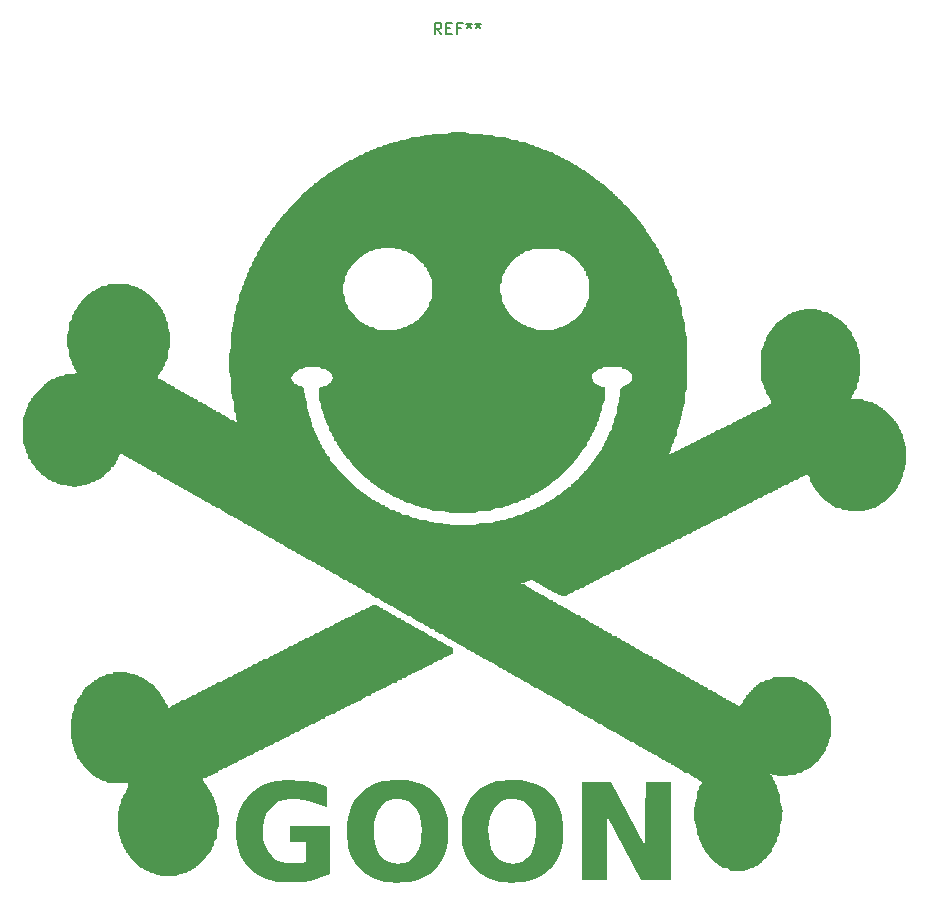
<source format=gbr>
%TF.GenerationSoftware,KiCad,Pcbnew,6.0.6-3a73a75311~116~ubuntu21.10.1*%
%TF.CreationDate,2023-05-16T20:40:28-06:00*%
%TF.ProjectId,goon,676f6f6e-2e6b-4696-9361-645f70636258,rev?*%
%TF.SameCoordinates,Original*%
%TF.FileFunction,Legend,Top*%
%TF.FilePolarity,Positive*%
%FSLAX46Y46*%
G04 Gerber Fmt 4.6, Leading zero omitted, Abs format (unit mm)*
G04 Created by KiCad (PCBNEW 6.0.6-3a73a75311~116~ubuntu21.10.1) date 2023-05-16 20:40:28*
%MOMM*%
%LPD*%
G01*
G04 APERTURE LIST*
%ADD10C,0.150000*%
G04 APERTURE END LIST*
D10*
%TO.C,REF\u002A\u002A*%
X148641666Y-58852380D02*
X148308333Y-58376190D01*
X148070238Y-58852380D02*
X148070238Y-57852380D01*
X148451190Y-57852380D01*
X148546428Y-57900000D01*
X148594047Y-57947619D01*
X148641666Y-58042857D01*
X148641666Y-58185714D01*
X148594047Y-58280952D01*
X148546428Y-58328571D01*
X148451190Y-58376190D01*
X148070238Y-58376190D01*
X149070238Y-58328571D02*
X149403571Y-58328571D01*
X149546428Y-58852380D02*
X149070238Y-58852380D01*
X149070238Y-57852380D01*
X149546428Y-57852380D01*
X150308333Y-58328571D02*
X149975000Y-58328571D01*
X149975000Y-58852380D02*
X149975000Y-57852380D01*
X150451190Y-57852380D01*
X150975000Y-57852380D02*
X150975000Y-58090476D01*
X150736904Y-57995238D02*
X150975000Y-58090476D01*
X151213095Y-57995238D01*
X150832142Y-58280952D02*
X150975000Y-58090476D01*
X151117857Y-58280952D01*
X151736904Y-57852380D02*
X151736904Y-58090476D01*
X151498809Y-57995238D02*
X151736904Y-58090476D01*
X151975000Y-57995238D01*
X151594047Y-58280952D02*
X151736904Y-58090476D01*
X151879761Y-58280952D01*
%TO.C,G\u002A\u002A\u002A*%
G36*
X130748047Y-87581684D02*
G01*
X130714786Y-87519500D01*
X130677962Y-87438964D01*
X130651664Y-87248914D01*
X130635884Y-86984595D01*
X130630615Y-86681252D01*
X130635849Y-86374130D01*
X130651578Y-86098476D01*
X130677796Y-85889534D01*
X130714495Y-85782551D01*
X130715154Y-85781874D01*
X130751418Y-85675415D01*
X130784717Y-85442891D01*
X130813009Y-85103377D01*
X130834259Y-84675948D01*
X130834733Y-84662882D01*
X130856837Y-84192906D01*
X130885241Y-83855825D01*
X130921399Y-83639472D01*
X130966761Y-83531680D01*
X130970150Y-83528053D01*
X131032140Y-83384597D01*
X131064421Y-83119692D01*
X131068285Y-82958204D01*
X131086126Y-82628796D01*
X131141200Y-82427860D01*
X131177142Y-82377632D01*
X131250925Y-82226682D01*
X131285131Y-81989099D01*
X131285999Y-81942204D01*
X131311722Y-81695133D01*
X131379514Y-81524724D01*
X131394857Y-81506775D01*
X131466959Y-81364958D01*
X131502828Y-81157777D01*
X131503714Y-81121702D01*
X131531907Y-80909351D01*
X131602858Y-80764197D01*
X131612571Y-80755142D01*
X131689113Y-80622958D01*
X131690456Y-80614970D01*
X140291309Y-80614970D01*
X140314537Y-80794864D01*
X140374827Y-80906679D01*
X140386076Y-80918566D01*
X140468667Y-81079901D01*
X140502481Y-81319489D01*
X140502571Y-81332808D01*
X140530867Y-81569304D01*
X140611428Y-81672327D01*
X140695612Y-81769345D01*
X140720285Y-81890042D01*
X140760324Y-82041469D01*
X140829142Y-82107756D01*
X140926209Y-82189158D01*
X140939372Y-82232478D01*
X140989651Y-82320106D01*
X141119460Y-82474276D01*
X141299472Y-82665826D01*
X141500360Y-82865593D01*
X141692797Y-83044415D01*
X141847456Y-83173128D01*
X141935010Y-83222571D01*
X141935045Y-83222571D01*
X142024453Y-83280591D01*
X142052815Y-83331428D01*
X142149832Y-83415612D01*
X142270529Y-83440285D01*
X142421957Y-83480324D01*
X142488243Y-83549143D01*
X142596149Y-83631634D01*
X142814815Y-83658000D01*
X143041817Y-83687145D01*
X143141386Y-83766857D01*
X143183456Y-83812655D01*
X143283072Y-83844012D01*
X143462309Y-83863355D01*
X143743245Y-83873112D01*
X144131142Y-83875714D01*
X144531058Y-83872901D01*
X144807986Y-83862844D01*
X144984004Y-83843114D01*
X145081188Y-83811284D01*
X145120899Y-83766857D01*
X145228593Y-83684370D01*
X145445192Y-83658000D01*
X145644101Y-83639015D01*
X145723809Y-83576509D01*
X145727714Y-83549143D01*
X145790602Y-83461471D01*
X145905536Y-83440285D01*
X146065324Y-83406507D01*
X146141393Y-83349571D01*
X146277586Y-83215235D01*
X146484399Y-83086699D01*
X146616714Y-83030571D01*
X146724252Y-82947312D01*
X146743714Y-82887536D01*
X146801988Y-82798714D01*
X146852571Y-82787142D01*
X146948784Y-82729051D01*
X146961428Y-82678285D01*
X147019519Y-82582072D01*
X147070285Y-82569428D01*
X147160087Y-82509459D01*
X147179142Y-82432050D01*
X147229654Y-82296833D01*
X147288000Y-82252899D01*
X147384470Y-82160253D01*
X147396857Y-82107756D01*
X147455436Y-81993669D01*
X147505714Y-81962613D01*
X147588088Y-81857140D01*
X147614571Y-81660280D01*
X147630020Y-81501626D01*
X147668281Y-81436857D01*
X147679538Y-81439871D01*
X147738198Y-81443917D01*
X147780792Y-81363327D01*
X147809308Y-81183895D01*
X147825732Y-80891416D01*
X147832051Y-80471681D01*
X147832285Y-80347787D01*
X147831478Y-80244261D01*
X153575118Y-80244261D01*
X153577772Y-80454489D01*
X153609229Y-80651238D01*
X153671606Y-80795209D01*
X153671977Y-80795701D01*
X153741390Y-80958169D01*
X153778865Y-81182740D01*
X153780834Y-81236114D01*
X153809394Y-81463663D01*
X153880104Y-81614657D01*
X153892000Y-81626000D01*
X153985209Y-81770553D01*
X154000857Y-81854878D01*
X154050975Y-81990597D01*
X154109714Y-82035184D01*
X154206231Y-82130661D01*
X154218571Y-82185391D01*
X154267795Y-82294192D01*
X154393395Y-82460707D01*
X154562262Y-82649978D01*
X154741286Y-82827047D01*
X154897357Y-82956958D01*
X154994713Y-83004857D01*
X155078564Y-83063246D01*
X155089428Y-83113714D01*
X155149397Y-83203516D01*
X155226807Y-83222571D01*
X155362023Y-83273083D01*
X155405958Y-83331428D01*
X155502975Y-83415612D01*
X155623672Y-83440285D01*
X155775099Y-83480324D01*
X155841386Y-83549143D01*
X155946957Y-83631524D01*
X156144620Y-83658000D01*
X156351009Y-83687046D01*
X156505070Y-83757877D01*
X156514938Y-83766857D01*
X156600773Y-83817178D01*
X156754481Y-83850212D01*
X157000040Y-83868735D01*
X157361427Y-83875520D01*
X157455461Y-83875714D01*
X157828109Y-83872234D01*
X158079072Y-83859856D01*
X158231683Y-83835671D01*
X158309276Y-83796772D01*
X158328899Y-83766857D01*
X158436805Y-83684366D01*
X158655470Y-83658000D01*
X158882472Y-83628854D01*
X158982041Y-83549143D01*
X159079059Y-83464959D01*
X159199756Y-83440285D01*
X159351183Y-83400247D01*
X159417470Y-83331428D01*
X159510116Y-83234957D01*
X159562613Y-83222571D01*
X159676700Y-83163992D01*
X159707756Y-83113714D01*
X159806723Y-83021929D01*
X159886907Y-83004857D01*
X160000237Y-82957338D01*
X160024285Y-82896000D01*
X160082376Y-82799787D01*
X160133142Y-82787142D01*
X160229355Y-82729051D01*
X160241999Y-82678285D01*
X160300091Y-82582072D01*
X160350857Y-82569428D01*
X160447389Y-82527502D01*
X160459714Y-82491673D01*
X160506397Y-82381260D01*
X160568571Y-82305061D01*
X160659602Y-82150582D01*
X160677428Y-82056245D01*
X160724177Y-81941471D01*
X160786285Y-81916285D01*
X160872934Y-81851755D01*
X160895142Y-81706335D01*
X160930011Y-81536293D01*
X161003999Y-81454613D01*
X161048297Y-81414144D01*
X161079133Y-81318217D01*
X161098699Y-81145466D01*
X161109182Y-80874526D01*
X161112773Y-80484030D01*
X161112857Y-80392285D01*
X161110353Y-79976030D01*
X161101383Y-79683489D01*
X161083758Y-79493296D01*
X161055287Y-79384087D01*
X161013782Y-79334497D01*
X161003999Y-79329958D01*
X160922772Y-79231537D01*
X160895142Y-79078235D01*
X160861684Y-78911118D01*
X160786285Y-78868285D01*
X160698734Y-78805199D01*
X160677428Y-78686857D01*
X160639576Y-78540938D01*
X160568571Y-78505428D01*
X160472200Y-78454625D01*
X160459714Y-78410713D01*
X160409162Y-78314147D01*
X160280377Y-78159582D01*
X160107662Y-77980680D01*
X159925321Y-77811103D01*
X159767657Y-77684513D01*
X159668976Y-77634572D01*
X159668770Y-77634571D01*
X159597918Y-77575910D01*
X159588857Y-77525714D01*
X159526271Y-77437866D01*
X159416314Y-77416857D01*
X159242775Y-77373512D01*
X159153428Y-77308000D01*
X159018488Y-77228141D01*
X158849973Y-77199142D01*
X158712529Y-77179210D01*
X158679483Y-77130260D01*
X158680399Y-77128699D01*
X158681390Y-77073828D01*
X158598504Y-77033798D01*
X158419173Y-77007439D01*
X158130828Y-76993578D01*
X157720900Y-76991045D01*
X157266571Y-76996940D01*
X156816352Y-77008201D01*
X156495958Y-77023796D01*
X156290097Y-77045264D01*
X156183476Y-77074148D01*
X156159857Y-77108428D01*
X156111360Y-77177165D01*
X155969171Y-77199142D01*
X155786486Y-77233391D01*
X155673615Y-77303643D01*
X155532631Y-77400627D01*
X155428872Y-77432366D01*
X155311922Y-77485244D01*
X155288999Y-77545580D01*
X155246098Y-77620720D01*
X155180142Y-77635595D01*
X155062507Y-77682245D01*
X154891182Y-77798625D01*
X154705487Y-77951258D01*
X154544740Y-78106668D01*
X154448260Y-78231380D01*
X154436285Y-78268915D01*
X154378268Y-78358183D01*
X154327428Y-78386529D01*
X154237784Y-78484971D01*
X154218571Y-78575722D01*
X154173727Y-78695714D01*
X154109714Y-78723142D01*
X154023065Y-78787673D01*
X154000857Y-78933092D01*
X153965988Y-79103135D01*
X153892000Y-79184815D01*
X153819279Y-79269963D01*
X153786401Y-79466723D01*
X153783142Y-79596005D01*
X153772015Y-79796175D01*
X153743454Y-79912573D01*
X153718822Y-79925670D01*
X153647759Y-79940553D01*
X153599153Y-80059849D01*
X153575118Y-80244261D01*
X147831478Y-80244261D01*
X147829247Y-79958141D01*
X147818400Y-79691004D01*
X147797150Y-79523836D01*
X147762901Y-79434097D01*
X147723428Y-79402529D01*
X147642105Y-79303707D01*
X147614571Y-79148529D01*
X147579889Y-78976673D01*
X147505714Y-78894529D01*
X147414425Y-78795681D01*
X147396857Y-78713101D01*
X147347114Y-78576895D01*
X147288000Y-78531672D01*
X147191921Y-78458534D01*
X147179142Y-78421637D01*
X147129976Y-78336308D01*
X147004536Y-78188646D01*
X146835915Y-78011741D01*
X146657203Y-77838684D01*
X146501492Y-77702566D01*
X146401873Y-77636480D01*
X146392077Y-77634571D01*
X146309633Y-77576733D01*
X146282041Y-77525714D01*
X146185024Y-77441530D01*
X146064327Y-77416857D01*
X145912900Y-77376818D01*
X145846613Y-77308000D01*
X145750195Y-77226018D01*
X145615951Y-77199142D01*
X145428806Y-77158678D01*
X145318204Y-77090285D01*
X145245575Y-77046133D01*
X145116072Y-77015156D01*
X144908069Y-76995371D01*
X144599937Y-76984794D01*
X144170050Y-76981444D01*
X144131142Y-76981428D01*
X143690947Y-76984303D01*
X143374179Y-76994251D01*
X143159210Y-77013253D01*
X143024412Y-77043295D01*
X142948160Y-77086359D01*
X142944081Y-77090285D01*
X142789335Y-77174817D01*
X142646334Y-77199142D01*
X142489713Y-77236578D01*
X142415672Y-77308000D01*
X142318546Y-77392588D01*
X142200235Y-77416857D01*
X142060148Y-77456129D01*
X142026571Y-77525714D01*
X141966971Y-77616910D01*
X141895767Y-77634571D01*
X141790667Y-77685965D01*
X141624890Y-77819475D01*
X141428693Y-78004088D01*
X141232332Y-78208794D01*
X141066066Y-78402583D01*
X140960150Y-78554444D01*
X140937999Y-78616201D01*
X140879647Y-78719504D01*
X140829142Y-78749386D01*
X140737853Y-78848234D01*
X140720285Y-78930815D01*
X140670542Y-79067021D01*
X140611428Y-79112243D01*
X140532508Y-79212156D01*
X140502946Y-79438350D01*
X140502571Y-79476817D01*
X140484467Y-79686220D01*
X140437555Y-79812276D01*
X140416157Y-79828423D01*
X140364295Y-79913483D01*
X140321853Y-80110612D01*
X140299662Y-80329649D01*
X140291309Y-80614970D01*
X131690456Y-80614970D01*
X131721423Y-80430796D01*
X131721428Y-80428571D01*
X131753068Y-80236211D01*
X131829262Y-80102860D01*
X131830285Y-80102000D01*
X131912041Y-79965478D01*
X131939142Y-79810592D01*
X131974736Y-79647700D01*
X132048000Y-79567756D01*
X132130240Y-79463672D01*
X132156857Y-79277470D01*
X132188625Y-79077530D01*
X132265714Y-78987184D01*
X132347037Y-78888362D01*
X132374571Y-78733184D01*
X132409253Y-78561329D01*
X132483428Y-78479184D01*
X132567612Y-78382167D01*
X132592285Y-78261470D01*
X132632324Y-78110043D01*
X132701142Y-78043756D01*
X132785326Y-77946738D01*
X132810000Y-77826042D01*
X132850038Y-77674614D01*
X132918857Y-77608327D01*
X133003040Y-77511310D01*
X133027714Y-77390613D01*
X133067753Y-77239185D01*
X133136571Y-77172899D01*
X133227860Y-77074051D01*
X133245428Y-76991470D01*
X133295171Y-76855264D01*
X133354285Y-76810042D01*
X133445574Y-76711194D01*
X133463142Y-76628613D01*
X133512885Y-76492407D01*
X133571999Y-76447184D01*
X133663289Y-76348337D01*
X133680857Y-76265756D01*
X133730600Y-76129550D01*
X133789714Y-76084327D01*
X133886185Y-75991681D01*
X133898571Y-75939184D01*
X133957150Y-75825097D01*
X134007428Y-75794042D01*
X134098717Y-75695194D01*
X134116285Y-75612613D01*
X134166028Y-75476407D01*
X134225142Y-75431184D01*
X134321613Y-75338538D01*
X134333999Y-75286042D01*
X134392579Y-75171954D01*
X134442857Y-75140899D01*
X134539327Y-75048253D01*
X134551714Y-74995756D01*
X134610293Y-74881669D01*
X134660571Y-74850613D01*
X134756762Y-74772482D01*
X134769428Y-74731546D01*
X134817409Y-74636375D01*
X134937364Y-74492140D01*
X134987142Y-74441428D01*
X135123032Y-74292077D01*
X135199038Y-74176486D01*
X135204857Y-74153588D01*
X135263598Y-74087048D01*
X135313714Y-74078571D01*
X135410016Y-74024467D01*
X135422571Y-73977478D01*
X135481109Y-73865445D01*
X135531428Y-73834613D01*
X135627601Y-73757309D01*
X135640285Y-73717039D01*
X135688995Y-73636278D01*
X135820346Y-73478259D01*
X136012177Y-73265732D01*
X136242322Y-73021449D01*
X136488617Y-72768160D01*
X136728898Y-72528616D01*
X136941002Y-72325569D01*
X137102763Y-72181770D01*
X137192019Y-72119969D01*
X137196957Y-72119143D01*
X137293417Y-72067673D01*
X137427086Y-71940340D01*
X137457975Y-71904501D01*
X137595463Y-71764366D01*
X137709571Y-71690151D01*
X137726714Y-71686787D01*
X137807195Y-71625277D01*
X137817428Y-71574857D01*
X137875700Y-71479189D01*
X137928563Y-71466000D01*
X138049653Y-71407288D01*
X138081470Y-71357143D01*
X138174116Y-71260672D01*
X138226613Y-71248285D01*
X138340700Y-71189706D01*
X138371756Y-71139428D01*
X138464402Y-71042957D01*
X138516899Y-71030571D01*
X138630986Y-70971992D01*
X138662041Y-70921714D01*
X138754687Y-70825243D01*
X138807184Y-70812857D01*
X138921272Y-70754278D01*
X138952327Y-70704000D01*
X139051175Y-70612710D01*
X139133756Y-70595143D01*
X139269962Y-70545400D01*
X139315184Y-70486285D01*
X139407830Y-70389815D01*
X139460327Y-70377428D01*
X139574415Y-70318849D01*
X139605470Y-70268571D01*
X139704318Y-70177282D01*
X139786899Y-70159714D01*
X139923104Y-70109971D01*
X139968327Y-70050857D01*
X140067175Y-69959568D01*
X140149756Y-69942000D01*
X140285962Y-69892257D01*
X140331184Y-69833142D01*
X140430032Y-69741853D01*
X140512613Y-69724285D01*
X140648819Y-69674542D01*
X140694041Y-69615428D01*
X140791059Y-69531244D01*
X140911756Y-69506571D01*
X141063183Y-69466532D01*
X141129470Y-69397714D01*
X141226488Y-69313530D01*
X141347184Y-69288857D01*
X141498612Y-69248818D01*
X141564899Y-69180000D01*
X141661916Y-69095816D01*
X141782613Y-69071143D01*
X141934040Y-69031104D01*
X142000327Y-68962285D01*
X142099150Y-68880962D01*
X142254327Y-68853428D01*
X142426183Y-68818746D01*
X142508327Y-68744571D01*
X142607150Y-68663248D01*
X142762327Y-68635714D01*
X142934183Y-68601032D01*
X143016327Y-68526857D01*
X143119476Y-68444732D01*
X143299152Y-68418000D01*
X143499978Y-68386455D01*
X143647731Y-68310454D01*
X143649061Y-68309143D01*
X143799424Y-68228790D01*
X143971930Y-68200285D01*
X144157647Y-68165360D01*
X144276285Y-68091428D01*
X144409626Y-68016962D01*
X144617874Y-67982963D01*
X144642845Y-67982571D01*
X144853273Y-67955096D01*
X145011803Y-67887582D01*
X145027918Y-67873714D01*
X145187351Y-67798131D01*
X145454395Y-67765572D01*
X145507093Y-67764857D01*
X145760567Y-67748085D01*
X145893252Y-67694100D01*
X145919184Y-67656000D01*
X145991364Y-67589576D01*
X146160101Y-67555320D01*
X146395796Y-67547143D01*
X146676780Y-67529569D01*
X146934801Y-67484392D01*
X147059318Y-67443987D01*
X147260786Y-67390538D01*
X147597798Y-67348704D01*
X148061143Y-67319478D01*
X148287915Y-67311300D01*
X148736289Y-67291858D01*
X149076262Y-67263884D01*
X149294707Y-67228764D01*
X149372858Y-67196741D01*
X149480691Y-67156582D01*
X149685777Y-67128791D01*
X149949381Y-67113514D01*
X150232768Y-67110899D01*
X150497203Y-67121092D01*
X150703949Y-67144240D01*
X150814273Y-67180490D01*
X150822130Y-67191249D01*
X150905574Y-67227550D01*
X151124061Y-67260353D01*
X151467511Y-67288568D01*
X151925844Y-67311104D01*
X151933208Y-67311381D01*
X152414805Y-67334342D01*
X152763014Y-67362796D01*
X152989531Y-67398111D01*
X153106054Y-67441654D01*
X153115356Y-67449561D01*
X153258851Y-67510847D01*
X153528126Y-67542927D01*
X153706869Y-67547143D01*
X154020666Y-67560306D01*
X154213102Y-67602483D01*
X154291142Y-67656000D01*
X154442853Y-67734218D01*
X154723906Y-67764529D01*
X154763978Y-67764857D01*
X155020400Y-67780410D01*
X155156908Y-67830877D01*
X155188243Y-67873714D01*
X155297296Y-67956208D01*
X155527763Y-67982571D01*
X155751064Y-68008912D01*
X155915148Y-68075275D01*
X155934367Y-68091428D01*
X156080666Y-68167874D01*
X156281363Y-68200278D01*
X156284276Y-68200285D01*
X156478545Y-68232635D01*
X156567100Y-68309142D01*
X156668026Y-68390907D01*
X156834048Y-68418000D01*
X157030596Y-68451810D01*
X157168081Y-68526857D01*
X157327149Y-68615472D01*
X157444297Y-68635714D01*
X157616369Y-68680407D01*
X157701999Y-68744571D01*
X157838521Y-68826327D01*
X157993407Y-68853428D01*
X158156299Y-68889022D01*
X158236243Y-68962285D01*
X158333261Y-69046469D01*
X158453958Y-69071142D01*
X158605385Y-69111181D01*
X158671672Y-69180000D01*
X158768689Y-69264183D01*
X158889386Y-69288857D01*
X159040814Y-69328896D01*
X159107100Y-69397714D01*
X159206007Y-69489247D01*
X159287407Y-69506571D01*
X159449850Y-69559372D01*
X159516285Y-69615428D01*
X159635738Y-69707441D01*
X159698835Y-69724285D01*
X159802854Y-69782653D01*
X159832815Y-69833142D01*
X159929832Y-69917326D01*
X160050529Y-69942000D01*
X160201957Y-69982038D01*
X160268243Y-70050857D01*
X160360889Y-70147328D01*
X160413386Y-70159714D01*
X160527473Y-70218293D01*
X160558529Y-70268571D01*
X160657377Y-70359860D01*
X160739958Y-70377428D01*
X160876163Y-70427171D01*
X160921386Y-70486285D01*
X161014032Y-70582756D01*
X161066529Y-70595143D01*
X161180616Y-70653722D01*
X161211672Y-70704000D01*
X161299624Y-70800388D01*
X161348406Y-70812857D01*
X161456648Y-70858658D01*
X161616271Y-70973791D01*
X161681734Y-71030571D01*
X161838979Y-71162792D01*
X161955004Y-71240050D01*
X161980428Y-71248285D01*
X162055734Y-71305926D01*
X162082529Y-71357143D01*
X162178447Y-71453666D01*
X162233526Y-71466000D01*
X162339059Y-71514457D01*
X162504765Y-71640635D01*
X162669323Y-71792571D01*
X162850020Y-71962340D01*
X162996593Y-72080428D01*
X163070375Y-72119142D01*
X163136443Y-72177892D01*
X163144857Y-72228000D01*
X163202948Y-72324213D01*
X163253714Y-72336857D01*
X163349927Y-72394948D01*
X163362571Y-72445714D01*
X163420662Y-72541927D01*
X163471428Y-72554571D01*
X163567641Y-72612662D01*
X163580285Y-72663428D01*
X163619472Y-72760004D01*
X163652857Y-72772285D01*
X163760779Y-72823945D01*
X163892618Y-72942147D01*
X163993210Y-73071728D01*
X164015714Y-73135143D01*
X164074494Y-73199526D01*
X164124571Y-73207714D01*
X164220784Y-73265805D01*
X164233428Y-73316571D01*
X164291519Y-73412784D01*
X164342285Y-73425428D01*
X164438805Y-73468131D01*
X164451142Y-73504656D01*
X164500165Y-73588592D01*
X164630652Y-73742675D01*
X164817728Y-73938265D01*
X164886571Y-74006000D01*
X165086685Y-74208915D01*
X165238294Y-74379631D01*
X165316524Y-74489509D01*
X165321999Y-74507343D01*
X165374430Y-74583088D01*
X165396127Y-74586571D01*
X165475082Y-74645920D01*
X165558811Y-74786143D01*
X165675139Y-74988619D01*
X165811255Y-75166401D01*
X165925237Y-75328237D01*
X165975057Y-75470612D01*
X165975142Y-75474830D01*
X166025776Y-75582629D01*
X166083999Y-75602571D01*
X166173801Y-75662540D01*
X166192857Y-75739950D01*
X166243368Y-75875166D01*
X166301714Y-75919101D01*
X166391358Y-76017542D01*
X166410571Y-76108293D01*
X166441274Y-76227439D01*
X166484939Y-76255714D01*
X166562941Y-76315787D01*
X166628285Y-76437143D01*
X166704075Y-76571719D01*
X166771632Y-76618571D01*
X166831736Y-76679435D01*
X166845999Y-76765992D01*
X166893289Y-76905539D01*
X166954857Y-76955184D01*
X167039040Y-77052202D01*
X167063714Y-77172899D01*
X167103753Y-77324326D01*
X167172571Y-77390613D01*
X167256755Y-77487631D01*
X167281428Y-77608327D01*
X167321467Y-77759755D01*
X167390285Y-77826042D01*
X167474469Y-77923059D01*
X167499142Y-78043756D01*
X167539181Y-78195183D01*
X167607999Y-78261470D01*
X167689227Y-78359891D01*
X167716857Y-78513193D01*
X167750315Y-78680310D01*
X167825714Y-78723142D01*
X167911734Y-78787353D01*
X167934571Y-78943134D01*
X167968616Y-79121120D01*
X168043428Y-79204899D01*
X168125669Y-79308983D01*
X168152285Y-79495184D01*
X168184054Y-79695125D01*
X168261142Y-79785470D01*
X168343383Y-79889554D01*
X168369999Y-80075756D01*
X168401768Y-80275696D01*
X168478857Y-80366042D01*
X168561315Y-80472879D01*
X168587714Y-80681449D01*
X168615983Y-80891658D01*
X168686772Y-81036277D01*
X168696571Y-81045428D01*
X168772953Y-81186480D01*
X168805138Y-81421442D01*
X168805428Y-81448273D01*
X168831464Y-81683840D01*
X168898632Y-81851192D01*
X168914285Y-81869632D01*
X168989305Y-82026178D01*
X169022392Y-82282592D01*
X169023142Y-82332660D01*
X169045188Y-82580396D01*
X169101536Y-82778533D01*
X169129691Y-82827701D01*
X169199833Y-83012469D01*
X169234485Y-83335378D01*
X169238549Y-83517129D01*
X169258036Y-83900008D01*
X169312883Y-84143932D01*
X169347406Y-84206558D01*
X169377939Y-84268228D01*
X169402249Y-84373594D01*
X169420990Y-84537494D01*
X169434811Y-84774765D01*
X169444364Y-85100247D01*
X169450301Y-85528775D01*
X169453273Y-86075190D01*
X169453955Y-86633428D01*
X169452962Y-87289820D01*
X169449549Y-87815918D01*
X169443065Y-88226560D01*
X169432857Y-88536583D01*
X169418275Y-88760826D01*
X169398668Y-88914127D01*
X169373383Y-89011323D01*
X169347406Y-89060299D01*
X169279940Y-89232856D01*
X169245868Y-89532854D01*
X169240857Y-89761823D01*
X169229651Y-90090237D01*
X169196827Y-90289679D01*
X169155784Y-90350833D01*
X169105567Y-90433877D01*
X169062094Y-90623886D01*
X169037120Y-90843586D01*
X169004749Y-91101619D01*
X168954132Y-91308196D01*
X168904478Y-91407031D01*
X168840471Y-91540234D01*
X168806895Y-91745125D01*
X168805428Y-91796367D01*
X168778946Y-92013383D01*
X168713049Y-92175783D01*
X168696571Y-92195510D01*
X168619973Y-92341966D01*
X168587717Y-92542408D01*
X168587714Y-92544297D01*
X168556562Y-92737764D01*
X168481367Y-92872425D01*
X168478857Y-92874571D01*
X168402466Y-93006631D01*
X168370009Y-93199032D01*
X168369999Y-93202264D01*
X168337357Y-93393702D01*
X168261142Y-93481386D01*
X168179866Y-93580012D01*
X168152285Y-93734265D01*
X168116878Y-93919114D01*
X168043428Y-94035714D01*
X167962143Y-94173232D01*
X167940300Y-94316743D01*
X167955326Y-94425296D01*
X167982634Y-94416714D01*
X168076840Y-94341033D01*
X168160610Y-94326000D01*
X168297559Y-94276821D01*
X168343756Y-94217142D01*
X168441315Y-94130926D01*
X168550306Y-94108285D01*
X168721655Y-94062889D01*
X168805428Y-93999428D01*
X168949982Y-93906218D01*
X169034306Y-93890571D01*
X169170025Y-93840453D01*
X169214613Y-93781714D01*
X169312172Y-93695498D01*
X169421164Y-93672857D01*
X169592512Y-93627460D01*
X169676285Y-93564000D01*
X169820839Y-93470790D01*
X169905163Y-93455142D01*
X170040882Y-93405024D01*
X170085470Y-93346285D01*
X170182488Y-93262102D01*
X170303184Y-93237428D01*
X170454612Y-93197389D01*
X170520899Y-93128571D01*
X170617916Y-93044387D01*
X170738613Y-93019714D01*
X170890040Y-92979675D01*
X170956327Y-92910857D01*
X171055567Y-92817920D01*
X171130294Y-92802000D01*
X171289589Y-92752985D01*
X171371346Y-92693142D01*
X171532673Y-92601757D01*
X171632808Y-92584285D01*
X171774561Y-92538503D01*
X171827184Y-92475428D01*
X171924202Y-92391244D01*
X172044899Y-92366571D01*
X172196326Y-92326532D01*
X172262613Y-92257714D01*
X172359631Y-92173530D01*
X172480327Y-92148857D01*
X172631755Y-92108818D01*
X172698041Y-92040000D01*
X172795059Y-91955816D01*
X172915756Y-91931142D01*
X173067183Y-91891104D01*
X173133470Y-91822285D01*
X173230488Y-91738102D01*
X173351184Y-91713428D01*
X173502612Y-91673389D01*
X173568899Y-91604571D01*
X173665916Y-91520387D01*
X173786613Y-91495714D01*
X173938040Y-91455675D01*
X174004327Y-91386857D01*
X174101345Y-91302673D01*
X174222041Y-91278000D01*
X174373469Y-91237961D01*
X174439756Y-91169142D01*
X174536773Y-91084959D01*
X174657470Y-91060285D01*
X174808898Y-91020247D01*
X174875184Y-90951428D01*
X174972202Y-90867244D01*
X175092899Y-90842571D01*
X175244326Y-90802532D01*
X175310613Y-90733714D01*
X175407631Y-90649530D01*
X175528327Y-90624857D01*
X175679755Y-90584818D01*
X175746041Y-90516000D01*
X175843342Y-90430761D01*
X175957872Y-90407142D01*
X176114664Y-90367605D01*
X176185965Y-90305267D01*
X176297511Y-90217273D01*
X176425428Y-90178267D01*
X176559330Y-90130449D01*
X176587369Y-90009724D01*
X176583444Y-89971714D01*
X176526010Y-89799495D01*
X176456444Y-89709713D01*
X176366077Y-89577251D01*
X176352857Y-89507864D01*
X176296152Y-89379750D01*
X176243999Y-89344815D01*
X176159816Y-89247797D01*
X176135142Y-89127101D01*
X176095104Y-88975673D01*
X176026285Y-88909386D01*
X175944161Y-88806237D01*
X175917428Y-88626562D01*
X175881327Y-88420343D01*
X175794508Y-88262590D01*
X175794314Y-88262396D01*
X175749934Y-88202125D01*
X175717931Y-88109414D01*
X175696635Y-87963037D01*
X175684371Y-87741766D01*
X175679468Y-87424375D01*
X175680252Y-86989637D01*
X175681378Y-86829094D01*
X175686810Y-86351604D01*
X175695780Y-85999703D01*
X175710039Y-85753845D01*
X175731339Y-85594489D01*
X175761432Y-85502090D01*
X175802070Y-85457105D01*
X175804492Y-85455704D01*
X175889847Y-85329679D01*
X175917428Y-85113586D01*
X175946974Y-84890923D01*
X176026285Y-84792899D01*
X176110469Y-84695881D01*
X176135142Y-84575184D01*
X176175181Y-84423757D01*
X176243999Y-84357470D01*
X176333174Y-84259147D01*
X176352857Y-84166000D01*
X176399472Y-84025480D01*
X176461714Y-83974529D01*
X176557779Y-83901948D01*
X176570571Y-83865504D01*
X176618323Y-83776915D01*
X176737774Y-83636644D01*
X176788285Y-83585428D01*
X176924175Y-83436077D01*
X177000180Y-83320486D01*
X177005999Y-83297588D01*
X177061481Y-83225167D01*
X177081017Y-83222571D01*
X177174692Y-83174642D01*
X177318029Y-83054802D01*
X177368857Y-83004857D01*
X177528230Y-82867872D01*
X177665627Y-82792311D01*
X177695260Y-82787142D01*
X177818556Y-82728391D01*
X177850613Y-82678285D01*
X177949853Y-82585348D01*
X178024580Y-82569428D01*
X178183875Y-82520413D01*
X178265632Y-82460571D01*
X178423566Y-82373024D01*
X178547231Y-82351714D01*
X178745344Y-82307587D01*
X178860843Y-82245165D01*
X178964846Y-82197106D01*
X179141962Y-82164538D01*
X179414150Y-82145228D01*
X179803367Y-82136944D01*
X179931282Y-82136308D01*
X180288985Y-82140137D01*
X180571710Y-82152488D01*
X180756811Y-82171764D01*
X180821643Y-82196370D01*
X180820699Y-82198967D01*
X180838699Y-82273164D01*
X180971573Y-82327913D01*
X181189258Y-82351516D01*
X181213313Y-82351714D01*
X181378594Y-82387068D01*
X181459100Y-82460571D01*
X181556118Y-82544755D01*
X181676815Y-82569428D01*
X181828242Y-82609467D01*
X181894529Y-82678285D01*
X181992883Y-82774846D01*
X182049882Y-82787142D01*
X182169064Y-82835957D01*
X182327531Y-82957740D01*
X182376285Y-83004857D01*
X182525636Y-83140746D01*
X182641227Y-83216752D01*
X182664125Y-83222571D01*
X182730665Y-83281312D01*
X182739142Y-83331428D01*
X182797233Y-83427641D01*
X182848000Y-83440285D01*
X182945607Y-83489181D01*
X182958873Y-83531000D01*
X183008387Y-83635362D01*
X183129490Y-83785024D01*
X183176587Y-83833381D01*
X183313365Y-83998490D01*
X183387763Y-84148387D01*
X183392285Y-84180373D01*
X183443510Y-84314694D01*
X183501142Y-84357470D01*
X183585326Y-84454488D01*
X183610000Y-84575184D01*
X183650038Y-84726612D01*
X183718857Y-84792899D01*
X183800981Y-84896048D01*
X183827714Y-85075723D01*
X183861431Y-85279123D01*
X183942593Y-85431648D01*
X183943406Y-85432468D01*
X183989004Y-85548611D01*
X184024662Y-85777294D01*
X184050392Y-86090603D01*
X184066203Y-86460623D01*
X184072103Y-86859440D01*
X184068103Y-87259142D01*
X184054212Y-87631813D01*
X184030439Y-87949542D01*
X183996794Y-88184413D01*
X183953287Y-88308513D01*
X183942424Y-88318159D01*
X183856063Y-88440186D01*
X183827714Y-88624984D01*
X183795488Y-88820456D01*
X183718857Y-88909386D01*
X183634673Y-89006404D01*
X183610000Y-89127101D01*
X183573594Y-89276985D01*
X183510742Y-89341131D01*
X183423290Y-89434947D01*
X183375663Y-89566610D01*
X183339841Y-89754000D01*
X183879247Y-89754000D01*
X184213585Y-89766254D01*
X184426181Y-89805427D01*
X184527510Y-89862857D01*
X184669196Y-89934832D01*
X184876545Y-89970782D01*
X184913705Y-89971714D01*
X185135202Y-90001369D01*
X185232815Y-90080571D01*
X185329365Y-90163033D01*
X185460571Y-90189428D01*
X185616037Y-90227418D01*
X185688327Y-90298285D01*
X185787295Y-90390071D01*
X185867478Y-90407142D01*
X185980809Y-90454661D01*
X186004857Y-90516000D01*
X186053636Y-90612807D01*
X186095571Y-90625526D01*
X186211911Y-90675842D01*
X186381745Y-90802676D01*
X186568850Y-90971569D01*
X186737004Y-91148064D01*
X186849984Y-91297704D01*
X186876842Y-91368714D01*
X186926702Y-91476021D01*
X186984571Y-91495714D01*
X187080239Y-91553986D01*
X187093428Y-91606849D01*
X187152140Y-91727939D01*
X187202285Y-91759756D01*
X187288291Y-91857260D01*
X187311142Y-91967428D01*
X187353465Y-92114743D01*
X187420000Y-92175101D01*
X187502462Y-92271650D01*
X187528857Y-92402857D01*
X187566847Y-92558322D01*
X187637714Y-92630613D01*
X187720186Y-92737814D01*
X187746571Y-92949723D01*
X187773933Y-93160458D01*
X187841208Y-93319325D01*
X187855428Y-93335918D01*
X187899896Y-93409178D01*
X187930992Y-93539816D01*
X187950740Y-93749602D01*
X187961163Y-94060304D01*
X187964283Y-94493693D01*
X187964285Y-94507428D01*
X187961336Y-94944465D01*
X187951139Y-95258223D01*
X187931672Y-95470471D01*
X187900911Y-95602977D01*
X187856835Y-95677513D01*
X187855428Y-95678938D01*
X187780669Y-95823493D01*
X187746753Y-96026894D01*
X187746571Y-96041796D01*
X187716659Y-96246147D01*
X187644022Y-96397919D01*
X187637714Y-96404653D01*
X187551278Y-96561409D01*
X187528857Y-96692032D01*
X187489365Y-96844505D01*
X187420000Y-96912327D01*
X187326478Y-97011703D01*
X187311142Y-97083714D01*
X187257822Y-97215530D01*
X187202285Y-97255101D01*
X187105943Y-97355092D01*
X187093428Y-97414475D01*
X187042683Y-97514962D01*
X186908712Y-97682148D01*
X186718917Y-97888771D01*
X186500695Y-98107569D01*
X186281447Y-98311280D01*
X186088572Y-98472642D01*
X185949469Y-98564391D01*
X185929886Y-98572190D01*
X185813877Y-98637374D01*
X185787142Y-98685176D01*
X185726219Y-98739895D01*
X185639722Y-98752857D01*
X185500174Y-98800146D01*
X185450529Y-98861714D01*
X185346445Y-98943955D01*
X185160243Y-98970571D01*
X184960303Y-99002340D01*
X184869958Y-99079428D01*
X184782631Y-99126104D01*
X184581319Y-99161389D01*
X184296731Y-99185282D01*
X183959576Y-99197784D01*
X183600563Y-99198894D01*
X183250403Y-99188612D01*
X182939805Y-99166939D01*
X182699477Y-99133875D01*
X182560130Y-99089419D01*
X182547346Y-99079428D01*
X182395445Y-98997605D01*
X182233723Y-98970571D01*
X182067837Y-98935278D01*
X181987184Y-98861714D01*
X181888861Y-98772539D01*
X181795714Y-98752857D01*
X181655195Y-98706242D01*
X181604243Y-98644000D01*
X181515442Y-98547596D01*
X181465988Y-98535143D01*
X181369026Y-98485740D01*
X181206094Y-98357040D01*
X181007565Y-98178301D01*
X180803810Y-97978783D01*
X180625202Y-97787744D01*
X180502113Y-97634443D01*
X180467840Y-97573571D01*
X180393991Y-97466511D01*
X180346563Y-97446571D01*
X180280553Y-97387669D01*
X180271714Y-97335436D01*
X180213002Y-97214346D01*
X180162857Y-97182529D01*
X180078673Y-97085511D01*
X180054000Y-96964815D01*
X180013961Y-96813387D01*
X179945142Y-96747101D01*
X179864215Y-96650973D01*
X179836285Y-96509892D01*
X179805704Y-96330898D01*
X179749200Y-96227371D01*
X179604580Y-96153696D01*
X179434298Y-96149691D01*
X179305078Y-96212245D01*
X179281958Y-96249142D01*
X179184940Y-96333326D01*
X179064243Y-96358000D01*
X178912816Y-96398038D01*
X178846529Y-96466857D01*
X178749511Y-96551041D01*
X178628815Y-96575714D01*
X178477387Y-96615753D01*
X178411100Y-96684571D01*
X178314083Y-96768755D01*
X178193386Y-96793428D01*
X178041959Y-96833467D01*
X177975672Y-96902285D01*
X177878371Y-96987524D01*
X177763841Y-97011142D01*
X177607049Y-97050680D01*
X177535748Y-97113018D01*
X177424218Y-97201638D01*
X177296285Y-97241741D01*
X177166943Y-97291726D01*
X177132999Y-97357580D01*
X177086194Y-97425946D01*
X176974897Y-97446571D01*
X176790803Y-97490020D01*
X176689795Y-97555428D01*
X176528469Y-97646814D01*
X176428334Y-97664285D01*
X176286581Y-97710067D01*
X176233958Y-97773142D01*
X176136940Y-97857326D01*
X176016243Y-97882000D01*
X175864816Y-97922038D01*
X175798529Y-97990857D01*
X175701511Y-98075041D01*
X175580815Y-98099714D01*
X175429387Y-98139753D01*
X175363100Y-98208571D01*
X175266083Y-98292755D01*
X175145386Y-98317428D01*
X174993959Y-98357467D01*
X174927672Y-98426285D01*
X174828238Y-98520064D01*
X174757407Y-98535142D01*
X174604200Y-98587532D01*
X174538571Y-98644000D01*
X174400199Y-98736931D01*
X174320857Y-98752857D01*
X174168679Y-98805200D01*
X174103142Y-98861714D01*
X173958589Y-98954924D01*
X173874264Y-98970571D01*
X173738545Y-99020690D01*
X173693958Y-99079428D01*
X173596940Y-99163612D01*
X173476243Y-99188285D01*
X173324816Y-99228324D01*
X173258529Y-99297143D01*
X173161511Y-99381326D01*
X173040815Y-99406000D01*
X172889387Y-99446038D01*
X172823100Y-99514857D01*
X172725767Y-99600219D01*
X172611947Y-99623714D01*
X172463184Y-99651267D01*
X172391463Y-99713627D01*
X172425572Y-99780344D01*
X172451690Y-99793215D01*
X172449179Y-99817631D01*
X172331420Y-99833591D01*
X172275897Y-99835699D01*
X172067803Y-99868048D01*
X171912059Y-99939567D01*
X171900081Y-99950285D01*
X171758081Y-100040640D01*
X171674906Y-100059143D01*
X171549141Y-100117936D01*
X171516815Y-100168000D01*
X171417381Y-100261778D01*
X171346550Y-100276857D01*
X171193343Y-100329247D01*
X171127714Y-100385714D01*
X170987344Y-100472072D01*
X170862550Y-100494571D01*
X170711578Y-100534853D01*
X170645958Y-100603428D01*
X170548940Y-100687612D01*
X170428243Y-100712285D01*
X170276816Y-100752324D01*
X170210529Y-100821143D01*
X170113511Y-100905326D01*
X169992815Y-100930000D01*
X169841387Y-100970038D01*
X169775100Y-101038857D01*
X169678083Y-101123041D01*
X169557386Y-101147714D01*
X169405959Y-101187753D01*
X169339672Y-101256571D01*
X169242654Y-101340755D01*
X169121958Y-101365428D01*
X168970530Y-101405467D01*
X168904243Y-101474285D01*
X168807226Y-101558469D01*
X168686529Y-101583143D01*
X168535101Y-101623181D01*
X168468815Y-101692000D01*
X168371311Y-101778006D01*
X168261142Y-101800857D01*
X168113827Y-101843179D01*
X168053470Y-101909714D01*
X167955146Y-101998889D01*
X167861999Y-102018571D01*
X167721480Y-102065186D01*
X167670529Y-102127428D01*
X167572109Y-102208656D01*
X167418807Y-102236285D01*
X167251690Y-102269744D01*
X167208857Y-102345143D01*
X167144646Y-102431163D01*
X166988865Y-102454000D01*
X166810879Y-102488045D01*
X166727100Y-102562857D01*
X166627667Y-102656635D01*
X166556835Y-102671714D01*
X166403628Y-102724104D01*
X166337999Y-102780571D01*
X166196682Y-102868058D01*
X166078720Y-102889428D01*
X165922343Y-102929220D01*
X165851748Y-102991304D01*
X165740218Y-103079924D01*
X165612285Y-103120027D01*
X165482943Y-103170012D01*
X165448999Y-103235865D01*
X165402421Y-103304422D01*
X165294600Y-103324857D01*
X165121061Y-103368202D01*
X165031714Y-103433714D01*
X164887160Y-103526924D01*
X164802836Y-103542571D01*
X164667117Y-103592690D01*
X164622529Y-103651428D01*
X164525511Y-103735612D01*
X164404815Y-103760285D01*
X164253387Y-103800324D01*
X164187100Y-103869143D01*
X164090083Y-103953326D01*
X163969386Y-103978000D01*
X163817959Y-104018038D01*
X163751672Y-104086857D01*
X163654112Y-104173073D01*
X163545121Y-104195714D01*
X163373773Y-104241111D01*
X163289999Y-104304571D01*
X163145446Y-104397781D01*
X163061122Y-104413428D01*
X162925402Y-104463547D01*
X162880815Y-104522285D01*
X162783255Y-104608501D01*
X162674264Y-104631143D01*
X162502916Y-104676539D01*
X162419142Y-104740000D01*
X162274589Y-104833209D01*
X162190264Y-104848857D01*
X162054545Y-104898975D01*
X162009958Y-104957714D01*
X161912940Y-105041898D01*
X161792243Y-105066571D01*
X161640816Y-105106610D01*
X161574529Y-105175428D01*
X161477511Y-105259612D01*
X161356815Y-105284285D01*
X161205387Y-105324324D01*
X161139100Y-105393143D01*
X161042083Y-105477326D01*
X160921386Y-105502000D01*
X160769959Y-105542038D01*
X160703672Y-105610857D01*
X160606654Y-105695041D01*
X160485958Y-105719714D01*
X160334530Y-105759753D01*
X160268243Y-105828571D01*
X160171226Y-105912755D01*
X160050529Y-105937428D01*
X159899101Y-105977467D01*
X159832815Y-106046285D01*
X159735797Y-106130469D01*
X159615100Y-106155143D01*
X159463673Y-106195181D01*
X159397386Y-106264000D01*
X159322775Y-106331681D01*
X159148661Y-106365782D01*
X158935714Y-106372857D01*
X158669806Y-106360247D01*
X158522245Y-106318502D01*
X158474041Y-106264000D01*
X158375718Y-106174825D01*
X158282571Y-106155143D01*
X158142052Y-106108527D01*
X158091100Y-106046285D01*
X157993596Y-105960279D01*
X157883428Y-105937428D01*
X157736113Y-105895106D01*
X157675756Y-105828571D01*
X157576908Y-105737282D01*
X157494327Y-105719714D01*
X157358121Y-105669971D01*
X157312899Y-105610857D01*
X157214051Y-105519568D01*
X157131470Y-105502000D01*
X156995264Y-105452257D01*
X156950041Y-105393143D01*
X156853387Y-105310298D01*
X156724563Y-105284285D01*
X156576940Y-105246830D01*
X156540857Y-105175428D01*
X156493298Y-105100007D01*
X156335348Y-105068690D01*
X156248293Y-105066571D01*
X156015589Y-105095202D01*
X155913958Y-105175428D01*
X155809632Y-105257695D01*
X155621667Y-105284285D01*
X155460717Y-105301946D01*
X155412129Y-105348404D01*
X155416000Y-105356857D01*
X155516497Y-105413974D01*
X155630232Y-105429428D01*
X155778982Y-105470930D01*
X155841386Y-105538285D01*
X155940234Y-105629575D01*
X156022815Y-105647143D01*
X156159021Y-105696885D01*
X156204243Y-105756000D01*
X156303091Y-105847289D01*
X156385672Y-105864857D01*
X156521878Y-105914600D01*
X156567100Y-105973714D01*
X156665948Y-106065003D01*
X156748529Y-106082571D01*
X156884735Y-106132314D01*
X156929958Y-106191428D01*
X157026975Y-106275612D01*
X157147672Y-106300285D01*
X157299099Y-106340324D01*
X157365386Y-106409143D01*
X157464234Y-106500432D01*
X157546815Y-106518000D01*
X157683021Y-106567743D01*
X157728243Y-106626857D01*
X157826567Y-106716032D01*
X157919714Y-106735714D01*
X158060233Y-106782329D01*
X158111184Y-106844571D01*
X158208688Y-106930577D01*
X158318857Y-106953428D01*
X158466172Y-106995751D01*
X158526529Y-107062285D01*
X158625377Y-107153575D01*
X158707958Y-107171143D01*
X158844163Y-107220885D01*
X158889386Y-107280000D01*
X158988293Y-107371532D01*
X159069693Y-107388857D01*
X159232136Y-107441658D01*
X159298571Y-107497714D01*
X159423338Y-107589995D01*
X159491163Y-107606571D01*
X159604239Y-107665130D01*
X159635184Y-107715428D01*
X159732688Y-107801434D01*
X159842857Y-107824285D01*
X159990172Y-107866608D01*
X160050529Y-107933143D01*
X160147547Y-108017326D01*
X160268243Y-108042000D01*
X160419671Y-108082038D01*
X160485958Y-108150857D01*
X160584805Y-108242146D01*
X160667386Y-108259714D01*
X160803592Y-108309457D01*
X160848815Y-108368571D01*
X160947662Y-108459860D01*
X161030243Y-108477428D01*
X161166449Y-108527171D01*
X161211672Y-108586285D01*
X161310519Y-108677575D01*
X161393100Y-108695143D01*
X161529306Y-108744885D01*
X161574529Y-108804000D01*
X161671547Y-108888183D01*
X161792243Y-108912857D01*
X161943671Y-108952896D01*
X162009958Y-109021714D01*
X162101977Y-109118174D01*
X162153979Y-109130571D01*
X162283228Y-109181865D01*
X162346571Y-109239428D01*
X162485560Y-109332388D01*
X162565407Y-109348285D01*
X162696728Y-109402037D01*
X162735672Y-109457142D01*
X162834519Y-109548432D01*
X162917100Y-109566000D01*
X163053306Y-109615743D01*
X163098529Y-109674857D01*
X163195547Y-109759041D01*
X163316243Y-109783714D01*
X163467671Y-109823753D01*
X163533958Y-109892571D01*
X163632805Y-109983860D01*
X163715386Y-110001428D01*
X163851592Y-110051171D01*
X163896815Y-110110285D01*
X163995256Y-110199929D01*
X164086008Y-110219142D01*
X164205209Y-110246208D01*
X164233428Y-110284615D01*
X164294451Y-110351229D01*
X164442206Y-110422812D01*
X164451142Y-110425982D01*
X164602084Y-110500057D01*
X164668694Y-110575207D01*
X164668857Y-110578225D01*
X164730691Y-110636519D01*
X164842521Y-110654571D01*
X164993022Y-110695106D01*
X165057958Y-110763428D01*
X165156281Y-110852603D01*
X165249428Y-110872285D01*
X165389947Y-110918900D01*
X165440899Y-110981142D01*
X165535169Y-111077640D01*
X165588948Y-111090000D01*
X165724777Y-111137901D01*
X165804081Y-111198857D01*
X165954415Y-111289668D01*
X166045133Y-111307714D01*
X166178084Y-111360067D01*
X166219100Y-111416571D01*
X166317948Y-111507860D01*
X166400529Y-111525428D01*
X166536735Y-111575171D01*
X166581958Y-111634285D01*
X166678975Y-111718469D01*
X166799672Y-111743142D01*
X166951099Y-111783181D01*
X167017386Y-111852000D01*
X167116234Y-111943289D01*
X167198815Y-111960857D01*
X167335021Y-112010600D01*
X167380243Y-112069714D01*
X167479091Y-112161003D01*
X167561672Y-112178571D01*
X167697878Y-112228314D01*
X167743100Y-112287428D01*
X167841424Y-112376603D01*
X167934571Y-112396285D01*
X168075090Y-112442900D01*
X168126041Y-112505142D01*
X168223545Y-112591149D01*
X168333714Y-112614000D01*
X168481029Y-112656322D01*
X168541386Y-112722857D01*
X168640234Y-112814146D01*
X168722815Y-112831714D01*
X168859021Y-112881457D01*
X168904243Y-112940571D01*
X169003150Y-113032104D01*
X169084550Y-113049428D01*
X169246993Y-113102230D01*
X169313428Y-113158285D01*
X169456714Y-113251439D01*
X169540028Y-113267142D01*
X169652727Y-113315004D01*
X169676285Y-113376000D01*
X169738937Y-113463810D01*
X169849949Y-113484857D01*
X170000451Y-113525392D01*
X170065386Y-113593714D01*
X170164293Y-113685247D01*
X170245693Y-113702571D01*
X170408136Y-113755372D01*
X170474571Y-113811428D01*
X170613560Y-113904388D01*
X170693407Y-113920285D01*
X170824728Y-113974037D01*
X170863672Y-114029142D01*
X170962519Y-114120432D01*
X171045100Y-114138000D01*
X171181306Y-114187743D01*
X171226529Y-114246857D01*
X171325377Y-114338146D01*
X171407958Y-114355714D01*
X171544163Y-114405457D01*
X171589386Y-114464571D01*
X171688293Y-114556104D01*
X171769693Y-114573428D01*
X171932136Y-114626230D01*
X171998571Y-114682285D01*
X172137560Y-114775245D01*
X172217407Y-114791142D01*
X172348728Y-114844894D01*
X172387672Y-114900000D01*
X172486519Y-114991289D01*
X172569100Y-115008857D01*
X172705306Y-115058600D01*
X172750529Y-115117714D01*
X172849377Y-115209003D01*
X172931958Y-115226571D01*
X173068163Y-115276314D01*
X173113386Y-115335428D01*
X173210404Y-115419612D01*
X173331100Y-115444285D01*
X173482528Y-115484324D01*
X173548815Y-115553142D01*
X173647572Y-115644062D01*
X173731960Y-115662000D01*
X173866390Y-115702854D01*
X173909937Y-115752714D01*
X173939844Y-115766781D01*
X173952270Y-115687907D01*
X174002115Y-115544596D01*
X174066857Y-115490613D01*
X174156031Y-115392289D01*
X174175714Y-115299142D01*
X174222329Y-115158623D01*
X174284571Y-115107672D01*
X174376356Y-115008705D01*
X174393428Y-114928521D01*
X174440947Y-114815190D01*
X174502285Y-114791142D01*
X174598498Y-114733051D01*
X174611142Y-114682285D01*
X174669233Y-114586072D01*
X174719999Y-114573428D01*
X174816212Y-114515337D01*
X174828857Y-114464571D01*
X174886948Y-114368358D01*
X174937714Y-114355714D01*
X175033927Y-114297623D01*
X175046571Y-114246857D01*
X175104662Y-114150644D01*
X175155428Y-114138000D01*
X175251641Y-114079909D01*
X175264285Y-114029142D01*
X175317810Y-113932828D01*
X175364256Y-113920285D01*
X175491440Y-113869087D01*
X175554571Y-113811428D01*
X175699125Y-113718218D01*
X175783449Y-113702571D01*
X175919168Y-113652453D01*
X175963756Y-113593714D01*
X176071662Y-113511223D01*
X176290327Y-113484857D01*
X176517330Y-113455712D01*
X176616899Y-113376000D01*
X176657787Y-113331303D01*
X176754680Y-113300325D01*
X176929134Y-113280812D01*
X177202706Y-113270515D01*
X177596952Y-113267182D01*
X177659142Y-113267142D01*
X178070925Y-113269725D01*
X178359188Y-113278974D01*
X178545489Y-113297141D01*
X178651384Y-113326477D01*
X178698429Y-113369235D01*
X178701386Y-113376000D01*
X178805470Y-113458240D01*
X178991672Y-113484857D01*
X179191612Y-113516625D01*
X179281958Y-113593714D01*
X179378612Y-113676558D01*
X179507436Y-113702571D01*
X179655059Y-113740026D01*
X179691142Y-113811428D01*
X179748673Y-113907654D01*
X179798904Y-113920285D01*
X179904465Y-113968979D01*
X180073782Y-114095322D01*
X180275298Y-114269711D01*
X180477455Y-114462541D01*
X180648696Y-114644207D01*
X180757463Y-114785105D01*
X180779714Y-114840402D01*
X180838240Y-114951845D01*
X180888571Y-114982613D01*
X180982093Y-115081988D01*
X180997428Y-115154000D01*
X181050748Y-115285815D01*
X181106285Y-115325386D01*
X181188747Y-115421936D01*
X181215142Y-115553142D01*
X181253132Y-115708608D01*
X181324000Y-115780899D01*
X181406472Y-115888100D01*
X181432857Y-116100009D01*
X181460219Y-116310744D01*
X181527494Y-116469611D01*
X181541714Y-116486204D01*
X181591621Y-116571093D01*
X181624536Y-116723042D01*
X181643182Y-116965906D01*
X181650281Y-117323539D01*
X181650571Y-117440000D01*
X181646064Y-117831881D01*
X181630728Y-118102701D01*
X181601841Y-118276314D01*
X181556680Y-118376575D01*
X181541714Y-118393796D01*
X181469739Y-118535482D01*
X181433788Y-118742831D01*
X181432857Y-118779990D01*
X181403201Y-119001487D01*
X181324000Y-119099101D01*
X181241537Y-119195650D01*
X181215142Y-119326857D01*
X181177152Y-119482322D01*
X181106285Y-119554613D01*
X181012763Y-119653988D01*
X180997428Y-119726000D01*
X180944108Y-119857815D01*
X180888571Y-119897386D01*
X180792290Y-119979800D01*
X180779714Y-120024171D01*
X180728401Y-120118693D01*
X180595097Y-120275020D01*
X180410759Y-120463801D01*
X180206339Y-120655683D01*
X180012794Y-120821314D01*
X179861077Y-120931341D01*
X179793112Y-120959714D01*
X179676179Y-121018348D01*
X179644815Y-121068571D01*
X179547797Y-121152755D01*
X179427100Y-121177428D01*
X179275673Y-121217467D01*
X179209386Y-121286285D01*
X179111920Y-121367274D01*
X178962847Y-121395142D01*
X178771679Y-121432397D01*
X178649224Y-121504000D01*
X178568102Y-121552217D01*
X178423128Y-121584617D01*
X178191006Y-121603705D01*
X177848443Y-121611985D01*
X177636926Y-121612857D01*
X177237445Y-121609177D01*
X176959817Y-121596449D01*
X176780897Y-121572138D01*
X176677542Y-121533707D01*
X176643142Y-121504000D01*
X176528388Y-121409354D01*
X176444412Y-121411137D01*
X176425428Y-121467714D01*
X176484208Y-121532098D01*
X176534285Y-121540285D01*
X176622889Y-121601015D01*
X176643142Y-121687706D01*
X176690432Y-121827254D01*
X176751999Y-121876899D01*
X176838216Y-121974458D01*
X176860857Y-122083449D01*
X176906253Y-122254798D01*
X176969714Y-122338571D01*
X177051053Y-122474744D01*
X177078571Y-122632559D01*
X177111797Y-122818532D01*
X177176173Y-122933806D01*
X177230945Y-123052243D01*
X177280583Y-123268753D01*
X177314225Y-123535340D01*
X177344941Y-123789365D01*
X177387301Y-123979075D01*
X177432373Y-124065026D01*
X177434338Y-124065827D01*
X177478735Y-124149214D01*
X177506891Y-124339116D01*
X177519520Y-124597896D01*
X177517336Y-124887920D01*
X177501053Y-125171553D01*
X177471386Y-125411159D01*
X177429048Y-125569103D01*
X177405142Y-125604285D01*
X177334467Y-125731328D01*
X177300539Y-125974155D01*
X177296285Y-126149693D01*
X177285672Y-126424880D01*
X177250029Y-126582265D01*
X177187428Y-126646529D01*
X177105187Y-126750613D01*
X177078571Y-126936815D01*
X177046802Y-127136755D01*
X176969714Y-127227101D01*
X176885530Y-127324118D01*
X176860857Y-127444815D01*
X176820818Y-127596242D01*
X176751999Y-127662529D01*
X176658849Y-127761819D01*
X176643142Y-127835549D01*
X176596538Y-127967489D01*
X176479623Y-128141684D01*
X176425428Y-128205162D01*
X176292989Y-128364306D01*
X176215795Y-128484423D01*
X176207714Y-128511621D01*
X176148867Y-128572054D01*
X176098857Y-128579714D01*
X176002644Y-128637805D01*
X175989999Y-128688571D01*
X175931908Y-128784784D01*
X175881142Y-128797428D01*
X175784929Y-128855519D01*
X175772285Y-128906285D01*
X175714013Y-129001953D01*
X175661150Y-129015142D01*
X175540060Y-129073854D01*
X175508243Y-129124000D01*
X175409396Y-129215289D01*
X175326815Y-129232857D01*
X175190609Y-129282600D01*
X175145386Y-129341714D01*
X175041302Y-129423955D01*
X174855100Y-129450571D01*
X174655160Y-129482340D01*
X174564815Y-129559428D01*
X174516592Y-129610493D01*
X174402726Y-129643375D01*
X174198882Y-129661435D01*
X173880722Y-129668033D01*
X173776571Y-129668285D01*
X173424797Y-129664111D01*
X173193649Y-129649346D01*
X173058790Y-129620630D01*
X172995883Y-129574602D01*
X172988327Y-129559428D01*
X172884243Y-129477188D01*
X172698041Y-129450571D01*
X172498101Y-129418803D01*
X172407756Y-129341714D01*
X172308908Y-129250425D01*
X172226327Y-129232857D01*
X172090121Y-129183114D01*
X172044899Y-129124000D01*
X171947912Y-129027459D01*
X171891991Y-129015142D01*
X171794322Y-128958065D01*
X171780857Y-128906285D01*
X171722766Y-128810072D01*
X171671999Y-128797428D01*
X171575787Y-128739337D01*
X171563142Y-128688571D01*
X171505051Y-128592358D01*
X171454285Y-128579714D01*
X171357674Y-128542904D01*
X171345428Y-128511621D01*
X171300213Y-128420696D01*
X171186385Y-128271927D01*
X171127714Y-128205162D01*
X170993491Y-128030112D01*
X170916872Y-127875744D01*
X170909999Y-127835549D01*
X170857295Y-127703014D01*
X170801142Y-127662529D01*
X170716959Y-127565511D01*
X170692285Y-127444815D01*
X170652246Y-127293387D01*
X170583428Y-127227101D01*
X170502440Y-127129635D01*
X170474571Y-126980562D01*
X170440992Y-126793650D01*
X170375521Y-126676745D01*
X170318625Y-126555586D01*
X170269725Y-126339429D01*
X170242879Y-126113300D01*
X170212544Y-125861852D01*
X170167568Y-125684577D01*
X170124215Y-125620548D01*
X170079049Y-125536771D01*
X170049250Y-125344919D01*
X170034300Y-125081188D01*
X170033679Y-124781775D01*
X170046869Y-124482875D01*
X170073351Y-124220685D01*
X170112606Y-124031400D01*
X170147999Y-123961061D01*
X170221579Y-123805627D01*
X170254577Y-123522239D01*
X170256857Y-123393437D01*
X170267291Y-123117262D01*
X170302381Y-122958863D01*
X170365714Y-122892899D01*
X170447954Y-122788815D01*
X170474571Y-122602613D01*
X170506339Y-122402673D01*
X170583428Y-122312327D01*
X170678915Y-122224537D01*
X170676803Y-122116087D01*
X170583966Y-122050621D01*
X170554907Y-122048285D01*
X170419690Y-121997774D01*
X170375756Y-121939428D01*
X170277314Y-121849784D01*
X170186563Y-121830571D01*
X170066571Y-121785727D01*
X170039142Y-121721714D01*
X169976490Y-121633904D01*
X169865478Y-121612857D01*
X169714977Y-121572322D01*
X169650041Y-121504000D01*
X169553024Y-121419816D01*
X169432327Y-121395142D01*
X169280900Y-121355104D01*
X169214613Y-121286285D01*
X169115765Y-121194996D01*
X169033184Y-121177428D01*
X168896978Y-121127685D01*
X168851756Y-121068571D01*
X168752908Y-120977282D01*
X168670327Y-120959714D01*
X168534121Y-120909971D01*
X168488899Y-120850857D01*
X168392244Y-120768013D01*
X168263420Y-120742000D01*
X168129092Y-120712397D01*
X168097857Y-120653008D01*
X168050358Y-120577538D01*
X167934571Y-120537169D01*
X167772993Y-120478980D01*
X167695108Y-120408446D01*
X167579868Y-120320975D01*
X167503301Y-120306571D01*
X167369658Y-120254793D01*
X167327756Y-120197714D01*
X167227870Y-120101131D01*
X167169665Y-120088857D01*
X167024784Y-120040524D01*
X166944489Y-119980000D01*
X166794155Y-119889189D01*
X166703437Y-119871142D01*
X166570486Y-119818790D01*
X166529470Y-119762285D01*
X166430622Y-119670996D01*
X166348041Y-119653428D01*
X166211836Y-119603685D01*
X166166613Y-119544571D01*
X166068289Y-119455396D01*
X165975142Y-119435714D01*
X165834623Y-119389099D01*
X165783672Y-119326857D01*
X165686168Y-119240851D01*
X165575999Y-119218000D01*
X165428684Y-119175677D01*
X165368327Y-119109142D01*
X165269885Y-119019498D01*
X165179134Y-119000285D01*
X165059142Y-118955442D01*
X165031714Y-118891428D01*
X164969062Y-118803618D01*
X164858050Y-118782571D01*
X164707548Y-118742036D01*
X164642613Y-118673714D01*
X164545595Y-118589530D01*
X164424899Y-118564857D01*
X164273471Y-118524818D01*
X164207184Y-118456000D01*
X164108337Y-118364710D01*
X164025756Y-118347142D01*
X163889550Y-118297400D01*
X163844327Y-118238285D01*
X163745480Y-118146996D01*
X163662899Y-118129428D01*
X163526693Y-118079685D01*
X163481470Y-118020571D01*
X163384452Y-117936387D01*
X163263756Y-117911714D01*
X163112328Y-117871675D01*
X163046041Y-117802857D01*
X162949387Y-117720013D01*
X162820563Y-117694000D01*
X162686235Y-117664397D01*
X162654999Y-117605008D01*
X162608371Y-117527479D01*
X162505419Y-117490522D01*
X162357680Y-117430373D01*
X162298083Y-117361799D01*
X162202328Y-117268888D01*
X162152194Y-117258571D01*
X162016365Y-117210670D01*
X161937061Y-117149714D01*
X161786727Y-117058903D01*
X161696009Y-117040857D01*
X161563058Y-116988504D01*
X161522041Y-116932000D01*
X161423194Y-116840710D01*
X161340613Y-116823142D01*
X161204407Y-116773400D01*
X161159184Y-116714285D01*
X161060278Y-116622753D01*
X160978877Y-116605428D01*
X160816435Y-116552627D01*
X160749999Y-116496571D01*
X160631136Y-116404588D01*
X160568571Y-116387714D01*
X160449427Y-116336892D01*
X160387142Y-116278857D01*
X160248153Y-116185897D01*
X160168306Y-116170000D01*
X160036986Y-116116248D01*
X159998041Y-116061142D01*
X159899194Y-115969853D01*
X159816613Y-115952285D01*
X159680407Y-115902542D01*
X159635184Y-115843428D01*
X159538167Y-115759244D01*
X159417470Y-115734571D01*
X159266042Y-115694532D01*
X159199756Y-115625714D01*
X159100908Y-115534425D01*
X159018327Y-115516857D01*
X158882121Y-115467114D01*
X158836899Y-115408000D01*
X158738051Y-115316710D01*
X158655470Y-115299142D01*
X158519264Y-115249400D01*
X158474041Y-115190285D01*
X158375194Y-115098996D01*
X158292613Y-115081428D01*
X158156407Y-115031685D01*
X158111184Y-114972571D01*
X158014167Y-114888387D01*
X157893470Y-114863714D01*
X157742042Y-114823675D01*
X157675756Y-114754857D01*
X157577432Y-114665682D01*
X157484285Y-114646000D01*
X157343766Y-114599385D01*
X157292815Y-114537142D01*
X157198545Y-114440645D01*
X157144766Y-114428285D01*
X157008936Y-114380384D01*
X156929632Y-114319428D01*
X156779298Y-114228617D01*
X156688580Y-114210571D01*
X156555629Y-114158218D01*
X156514613Y-114101714D01*
X156415765Y-114010425D01*
X156333184Y-113992857D01*
X156196978Y-113943114D01*
X156151756Y-113884000D01*
X156052849Y-113792467D01*
X155971449Y-113775142D01*
X155809006Y-113722341D01*
X155742571Y-113666285D01*
X155603581Y-113573326D01*
X155523735Y-113557428D01*
X155392414Y-113503676D01*
X155353470Y-113448571D01*
X155254622Y-113357282D01*
X155172041Y-113339714D01*
X155035836Y-113289971D01*
X154990613Y-113230857D01*
X154892289Y-113141682D01*
X154799142Y-113122000D01*
X154658623Y-113075385D01*
X154607672Y-113013142D01*
X154510168Y-112927136D01*
X154400000Y-112904285D01*
X154252684Y-112861963D01*
X154192327Y-112795428D01*
X154093480Y-112704139D01*
X154010899Y-112686571D01*
X153874693Y-112636828D01*
X153829470Y-112577714D01*
X153731028Y-112488070D01*
X153640277Y-112468857D01*
X153521075Y-112441792D01*
X153492857Y-112403385D01*
X153431834Y-112336770D01*
X153284079Y-112265187D01*
X153275142Y-112262017D01*
X153124201Y-112187943D01*
X153057591Y-112112792D01*
X153057428Y-112109775D01*
X152995594Y-112051480D01*
X152883764Y-112033428D01*
X152733262Y-111992893D01*
X152668327Y-111924571D01*
X152570004Y-111835396D01*
X152476857Y-111815714D01*
X152336337Y-111769099D01*
X152285386Y-111706857D01*
X152181343Y-111624573D01*
X151979235Y-111592270D01*
X151832861Y-111580336D01*
X151792783Y-111557632D01*
X151806023Y-111549786D01*
X151865869Y-111484267D01*
X151816796Y-111414440D01*
X151688084Y-111380340D01*
X151682052Y-111380285D01*
X151548706Y-111328262D01*
X151507184Y-111271428D01*
X151408861Y-111182253D01*
X151315714Y-111162571D01*
X151175195Y-111115956D01*
X151124243Y-111053714D01*
X151026739Y-110967708D01*
X150916571Y-110944857D01*
X150769256Y-110902534D01*
X150708899Y-110836000D01*
X150610051Y-110744710D01*
X150527470Y-110727142D01*
X150391264Y-110677400D01*
X150346041Y-110618285D01*
X150247194Y-110526996D01*
X150164613Y-110509428D01*
X150028407Y-110459685D01*
X149983184Y-110400571D01*
X149884861Y-110311396D01*
X149791714Y-110291714D01*
X149651195Y-110245099D01*
X149600243Y-110182857D01*
X149502739Y-110096851D01*
X149392571Y-110074000D01*
X149245256Y-110031677D01*
X149184899Y-109965142D01*
X149086051Y-109873853D01*
X149003470Y-109856285D01*
X148867264Y-109806542D01*
X148822041Y-109747428D01*
X148723135Y-109655895D01*
X148641735Y-109638571D01*
X148479292Y-109585770D01*
X148412857Y-109529714D01*
X148288090Y-109437433D01*
X148220264Y-109420857D01*
X148107189Y-109362298D01*
X148076243Y-109312000D01*
X147978739Y-109225994D01*
X147868571Y-109203143D01*
X147721256Y-109160820D01*
X147660899Y-109094285D01*
X147562575Y-109005111D01*
X147469428Y-108985428D01*
X147328909Y-108938813D01*
X147277958Y-108876571D01*
X147183688Y-108780073D01*
X147129909Y-108767714D01*
X146994079Y-108719813D01*
X146914775Y-108658857D01*
X146764441Y-108568046D01*
X146673723Y-108550000D01*
X146540772Y-108497647D01*
X146499756Y-108441143D01*
X146400908Y-108349853D01*
X146318327Y-108332285D01*
X146182121Y-108282542D01*
X146136899Y-108223428D01*
X146039881Y-108139244D01*
X145919184Y-108114571D01*
X145767757Y-108074532D01*
X145701470Y-108005714D01*
X145602622Y-107914425D01*
X145520041Y-107896857D01*
X145383836Y-107847114D01*
X145338613Y-107788000D01*
X145239765Y-107696710D01*
X145157184Y-107679143D01*
X145020978Y-107629400D01*
X144975756Y-107570285D01*
X144877432Y-107481111D01*
X144784285Y-107461428D01*
X144643766Y-107414813D01*
X144592815Y-107352571D01*
X144495311Y-107266565D01*
X144385142Y-107243714D01*
X144237827Y-107201391D01*
X144177470Y-107134857D01*
X144078622Y-107043568D01*
X143996041Y-107026000D01*
X143859836Y-106976257D01*
X143814613Y-106917143D01*
X143715706Y-106825610D01*
X143634306Y-106808285D01*
X143471863Y-106755484D01*
X143405428Y-106699428D01*
X143266439Y-106606469D01*
X143186592Y-106590571D01*
X143055271Y-106536819D01*
X143016327Y-106481714D01*
X142917480Y-106390425D01*
X142834899Y-106372857D01*
X142698693Y-106323114D01*
X142653470Y-106264000D01*
X142556452Y-106179816D01*
X142435756Y-106155143D01*
X142284328Y-106115104D01*
X142218041Y-106046285D01*
X142126022Y-105949825D01*
X142074020Y-105937428D01*
X141944771Y-105886134D01*
X141881428Y-105828571D01*
X141738142Y-105735418D01*
X141654828Y-105719714D01*
X141542129Y-105671853D01*
X141518571Y-105610857D01*
X141455919Y-105523047D01*
X141344907Y-105502000D01*
X141194405Y-105461465D01*
X141129470Y-105393143D01*
X141032452Y-105308959D01*
X140911756Y-105284285D01*
X140760328Y-105244247D01*
X140694041Y-105175428D01*
X140595194Y-105084139D01*
X140512613Y-105066571D01*
X140376407Y-105016828D01*
X140331184Y-104957714D01*
X140232337Y-104866425D01*
X140149756Y-104848857D01*
X140013550Y-104799114D01*
X139968327Y-104740000D01*
X139870004Y-104650825D01*
X139776857Y-104631143D01*
X139636337Y-104584527D01*
X139585386Y-104522285D01*
X139487882Y-104436279D01*
X139377714Y-104413428D01*
X139230399Y-104371106D01*
X139170041Y-104304571D01*
X139071718Y-104215396D01*
X138978571Y-104195714D01*
X138838052Y-104149099D01*
X138787100Y-104086857D01*
X138692830Y-103990359D01*
X138639051Y-103978000D01*
X138503222Y-103930098D01*
X138423918Y-103869143D01*
X138269439Y-103778111D01*
X138175102Y-103760285D01*
X138060328Y-103713537D01*
X138035142Y-103651428D01*
X137972490Y-103563618D01*
X137861478Y-103542571D01*
X137710977Y-103502036D01*
X137646041Y-103433714D01*
X137549024Y-103349530D01*
X137428327Y-103324857D01*
X137276900Y-103284818D01*
X137210613Y-103216000D01*
X137111765Y-103124710D01*
X137029184Y-103107143D01*
X136892978Y-103057400D01*
X136847756Y-102998285D01*
X136749314Y-102908641D01*
X136658563Y-102889428D01*
X136539397Y-102860023D01*
X136511142Y-102818239D01*
X136449636Y-102749141D01*
X136332691Y-102702262D01*
X136160226Y-102628148D01*
X136069805Y-102555737D01*
X135929878Y-102466856D01*
X135856878Y-102454000D01*
X135725557Y-102400248D01*
X135686613Y-102345143D01*
X135587765Y-102253853D01*
X135505184Y-102236285D01*
X135368978Y-102186542D01*
X135323756Y-102127428D01*
X135224908Y-102036139D01*
X135142327Y-102018571D01*
X135006121Y-101968828D01*
X134960899Y-101909714D01*
X134863881Y-101825530D01*
X134743184Y-101800857D01*
X134591757Y-101760818D01*
X134525470Y-101692000D01*
X134426622Y-101600710D01*
X134344041Y-101583142D01*
X134207836Y-101533400D01*
X134162613Y-101474285D01*
X134065959Y-101391441D01*
X133937134Y-101365428D01*
X133802807Y-101335825D01*
X133771571Y-101276437D01*
X133724072Y-101200967D01*
X133608285Y-101160598D01*
X133446707Y-101102409D01*
X133368822Y-101031875D01*
X133253582Y-100944403D01*
X133177015Y-100930000D01*
X133043372Y-100878221D01*
X133001470Y-100821143D01*
X132902622Y-100729853D01*
X132820041Y-100712285D01*
X132683836Y-100662542D01*
X132638613Y-100603428D01*
X132539706Y-100511895D01*
X132458306Y-100494571D01*
X132295863Y-100441770D01*
X132229428Y-100385714D01*
X132090439Y-100292754D01*
X132010592Y-100276857D01*
X131879271Y-100223105D01*
X131840327Y-100168000D01*
X131741480Y-100076710D01*
X131658899Y-100059143D01*
X131522693Y-100009400D01*
X131477470Y-99950285D01*
X131380452Y-99866102D01*
X131259756Y-99841428D01*
X131108328Y-99801389D01*
X131042041Y-99732571D01*
X130943194Y-99641282D01*
X130860613Y-99623714D01*
X130724407Y-99573971D01*
X130679184Y-99514857D01*
X130580337Y-99423568D01*
X130497756Y-99406000D01*
X130361550Y-99356257D01*
X130316327Y-99297142D01*
X130217480Y-99205853D01*
X130134899Y-99188285D01*
X129998693Y-99138542D01*
X129953470Y-99079428D01*
X129856452Y-98995244D01*
X129735756Y-98970571D01*
X129584328Y-98930532D01*
X129518041Y-98861714D01*
X129419194Y-98770425D01*
X129336613Y-98752857D01*
X129200407Y-98703114D01*
X129155184Y-98644000D01*
X129056278Y-98552467D01*
X128974877Y-98535142D01*
X128812435Y-98482341D01*
X128745999Y-98426285D01*
X128627136Y-98334303D01*
X128564571Y-98317428D01*
X128445427Y-98266607D01*
X128383142Y-98208571D01*
X128244153Y-98115612D01*
X128164306Y-98099714D01*
X128032986Y-98045962D01*
X127994041Y-97990857D01*
X127895194Y-97899568D01*
X127812613Y-97882000D01*
X127676407Y-97832257D01*
X127631184Y-97773142D01*
X127534167Y-97688959D01*
X127413470Y-97664285D01*
X127262042Y-97624247D01*
X127195756Y-97555428D01*
X127096908Y-97464139D01*
X127014327Y-97446571D01*
X126878121Y-97396828D01*
X126832899Y-97337714D01*
X126734457Y-97248070D01*
X126643706Y-97228857D01*
X126524539Y-97199452D01*
X126496285Y-97157668D01*
X126434779Y-97088570D01*
X126317833Y-97041691D01*
X126145369Y-96967576D01*
X126054947Y-96895165D01*
X125915021Y-96806284D01*
X125842021Y-96793428D01*
X125710700Y-96739676D01*
X125671756Y-96684571D01*
X125572849Y-96593038D01*
X125491449Y-96575714D01*
X125329006Y-96522913D01*
X125262571Y-96466857D01*
X125123581Y-96373897D01*
X125043735Y-96358000D01*
X124912414Y-96304248D01*
X124873470Y-96249142D01*
X124775028Y-96159498D01*
X124684277Y-96140285D01*
X124564285Y-96095442D01*
X124536857Y-96031428D01*
X124474205Y-95943618D01*
X124363192Y-95922571D01*
X124212691Y-95882036D01*
X124147756Y-95813714D01*
X124048849Y-95722181D01*
X123967449Y-95704857D01*
X123805006Y-95652055D01*
X123738571Y-95596000D01*
X123599581Y-95503040D01*
X123519735Y-95487142D01*
X123388414Y-95433391D01*
X123349470Y-95378285D01*
X123250622Y-95286996D01*
X123168041Y-95269428D01*
X123031836Y-95219685D01*
X122986613Y-95160571D01*
X122887765Y-95069282D01*
X122805184Y-95051714D01*
X122668978Y-95001971D01*
X122623756Y-94942857D01*
X122526738Y-94858673D01*
X122406041Y-94834000D01*
X122254614Y-94793961D01*
X122188327Y-94725142D01*
X122088520Y-94629679D01*
X122025278Y-94616285D01*
X121878173Y-94563180D01*
X121823429Y-94512698D01*
X121691917Y-94422904D01*
X121561428Y-94385698D01*
X121419831Y-94396700D01*
X121361083Y-94505962D01*
X121354875Y-94543714D01*
X121298009Y-94705306D01*
X121227875Y-94783177D01*
X121147440Y-94894998D01*
X121125999Y-95011270D01*
X121084654Y-95160297D01*
X121017142Y-95223101D01*
X120920602Y-95320087D01*
X120908285Y-95376008D01*
X120851207Y-95473677D01*
X120799428Y-95487142D01*
X120702852Y-95526329D01*
X120690571Y-95559714D01*
X120638911Y-95667636D01*
X120520709Y-95799475D01*
X120391128Y-95900067D01*
X120327714Y-95922571D01*
X120263330Y-95981351D01*
X120255142Y-96031428D01*
X120197051Y-96127641D01*
X120146285Y-96140285D01*
X120050072Y-96198376D01*
X120037428Y-96249142D01*
X119983903Y-96345457D01*
X119937457Y-96358000D01*
X119810273Y-96409198D01*
X119747142Y-96466857D01*
X119602589Y-96560067D01*
X119518264Y-96575714D01*
X119382545Y-96625832D01*
X119337958Y-96684571D01*
X119240195Y-96765636D01*
X119089841Y-96793428D01*
X118919821Y-96825199D01*
X118825463Y-96892101D01*
X118717509Y-96955313D01*
X118490491Y-97005369D01*
X118276865Y-97028943D01*
X118010530Y-97061198D01*
X117793584Y-97108223D01*
X117678151Y-97156871D01*
X117559794Y-97209321D01*
X117465504Y-97159905D01*
X117345334Y-97112548D01*
X117124989Y-97067863D01*
X116849306Y-97034655D01*
X116812566Y-97031702D01*
X116506762Y-96996214D01*
X116284781Y-96945471D01*
X116182462Y-96891826D01*
X116053214Y-96818165D01*
X115899735Y-96793428D01*
X115736843Y-96757835D01*
X115656899Y-96684571D01*
X115558457Y-96594927D01*
X115467706Y-96575714D01*
X115348560Y-96545010D01*
X115320285Y-96501346D01*
X115260212Y-96423344D01*
X115138857Y-96358000D01*
X115004280Y-96282210D01*
X114957428Y-96214653D01*
X114898676Y-96148686D01*
X114848571Y-96140285D01*
X114752358Y-96082194D01*
X114739714Y-96031428D01*
X114681623Y-95935215D01*
X114630857Y-95922571D01*
X114534644Y-95864480D01*
X114521999Y-95813714D01*
X114463908Y-95717501D01*
X114413142Y-95704857D01*
X114317475Y-95646585D01*
X114304285Y-95593722D01*
X114245573Y-95472632D01*
X114195428Y-95440815D01*
X114099057Y-95353773D01*
X114086571Y-95305714D01*
X114028181Y-95200684D01*
X113977714Y-95170613D01*
X113888539Y-95072289D01*
X113868857Y-94979142D01*
X113822242Y-94838623D01*
X113760000Y-94787672D01*
X113675816Y-94690654D01*
X113651142Y-94569958D01*
X113611104Y-94418530D01*
X113542285Y-94352243D01*
X113459813Y-94245042D01*
X113433428Y-94033133D01*
X113406066Y-93822398D01*
X113338791Y-93663531D01*
X113324571Y-93646938D01*
X113282563Y-93578491D01*
X113252438Y-93456452D01*
X113232474Y-93260201D01*
X113220950Y-92969123D01*
X113216144Y-92562600D01*
X113215714Y-92343233D01*
X113217680Y-91889617D01*
X113224743Y-91561232D01*
X113238654Y-91338206D01*
X113261161Y-91200667D01*
X113294014Y-91128743D01*
X113324571Y-91106613D01*
X113407062Y-90998707D01*
X113433428Y-90780042D01*
X113462573Y-90553039D01*
X113542285Y-90453470D01*
X113623892Y-90353352D01*
X113651142Y-90191706D01*
X113682915Y-90017866D01*
X113760000Y-89971714D01*
X113847551Y-89908627D01*
X113868857Y-89790285D01*
X113894473Y-89653914D01*
X113943706Y-89608857D01*
X114032074Y-89550861D01*
X114060341Y-89499964D01*
X114136255Y-89379466D01*
X114278316Y-89207817D01*
X114454699Y-89017803D01*
X114633577Y-88842213D01*
X114783121Y-88713835D01*
X114870412Y-88665428D01*
X114947509Y-88606893D01*
X114957428Y-88556571D01*
X115015700Y-88460903D01*
X115068563Y-88447714D01*
X115189653Y-88389002D01*
X115221470Y-88338857D01*
X115307887Y-88242497D01*
X115355449Y-88230000D01*
X115475606Y-88179130D01*
X115537999Y-88121142D01*
X115678370Y-88034785D01*
X115803163Y-88012285D01*
X115954135Y-87972004D01*
X116019756Y-87903428D01*
X116120348Y-87824242D01*
X116347819Y-87794882D01*
X116382613Y-87794571D01*
X116625313Y-87770769D01*
X116740043Y-87697470D01*
X116745470Y-87685714D01*
X116809352Y-87623919D01*
X116959388Y-87589508D01*
X117222106Y-87577151D01*
X117287478Y-87576857D01*
X117559875Y-87570538D01*
X117714963Y-87547515D01*
X117780191Y-87501690D01*
X117787714Y-87465722D01*
X117729002Y-87344632D01*
X117678857Y-87312815D01*
X117594673Y-87215797D01*
X117570000Y-87095101D01*
X117529961Y-86943673D01*
X117461142Y-86877386D01*
X117380078Y-86779624D01*
X117352285Y-86629270D01*
X117320167Y-86459260D01*
X117252519Y-86364891D01*
X117187192Y-86254922D01*
X117138503Y-86024553D01*
X117119877Y-85839310D01*
X117089935Y-85585626D01*
X117045278Y-85407550D01*
X117001929Y-85343405D01*
X116952895Y-85258624D01*
X116924323Y-85071389D01*
X116915377Y-84822817D01*
X116925219Y-84554026D01*
X116953014Y-84306133D01*
X116997924Y-84120256D01*
X117028022Y-84061415D01*
X117096696Y-83888285D01*
X117131813Y-83617308D01*
X117134571Y-83506751D01*
X117147593Y-83242425D01*
X117190581Y-83096616D01*
X117243428Y-83051184D01*
X117324751Y-82952362D01*
X117352285Y-82797184D01*
X117386967Y-82625329D01*
X117461142Y-82543184D01*
X117543986Y-82446530D01*
X117569999Y-82317706D01*
X117607454Y-82170083D01*
X117678857Y-82134000D01*
X117767456Y-82073254D01*
X117787714Y-81986411D01*
X117837317Y-81844407D01*
X117960825Y-81672736D01*
X118005428Y-81626000D01*
X118141318Y-81476648D01*
X118217323Y-81361058D01*
X118223142Y-81338160D01*
X118281884Y-81271620D01*
X118331999Y-81263142D01*
X118428212Y-81205051D01*
X118440857Y-81154285D01*
X118481337Y-81057730D01*
X118515874Y-81045428D01*
X118609550Y-80997499D01*
X118752886Y-80877659D01*
X118803714Y-80827714D01*
X118963087Y-80690729D01*
X119100484Y-80615168D01*
X119130117Y-80610000D01*
X119253413Y-80551248D01*
X119285470Y-80501143D01*
X119382488Y-80416959D01*
X119503184Y-80392285D01*
X119654612Y-80352247D01*
X119720899Y-80283428D01*
X119824047Y-80201304D01*
X120003723Y-80174571D01*
X120204550Y-80143026D01*
X120352303Y-80067026D01*
X120353632Y-80065714D01*
X120438521Y-80015807D01*
X120590470Y-79982892D01*
X120833334Y-79964246D01*
X121190968Y-79957147D01*
X121307428Y-79956857D01*
X121699310Y-79961364D01*
X121970130Y-79976699D01*
X122143743Y-80005586D01*
X122244004Y-80050747D01*
X122261224Y-80065714D01*
X122402911Y-80137689D01*
X122610259Y-80173640D01*
X122647419Y-80174571D01*
X122868916Y-80204226D01*
X122966529Y-80283428D01*
X123065377Y-80374717D01*
X123147958Y-80392285D01*
X123284163Y-80442028D01*
X123329386Y-80501142D01*
X123428234Y-80592432D01*
X123510815Y-80610000D01*
X123647021Y-80659743D01*
X123692243Y-80718857D01*
X123789230Y-80815397D01*
X123845150Y-80827714D01*
X123942820Y-80884792D01*
X123956285Y-80936571D01*
X123995472Y-81033147D01*
X124028857Y-81045428D01*
X124128973Y-81092270D01*
X124246571Y-81190571D01*
X124353121Y-81320542D01*
X124391714Y-81408285D01*
X124450494Y-81472669D01*
X124500571Y-81480857D01*
X124596239Y-81539129D01*
X124609428Y-81591992D01*
X124667068Y-81714023D01*
X124711736Y-81742386D01*
X124807011Y-81837372D01*
X124858261Y-81957822D01*
X124916581Y-82091253D01*
X124973668Y-82134000D01*
X125031213Y-82194892D01*
X125044857Y-82281420D01*
X125092146Y-82420968D01*
X125153714Y-82470613D01*
X125234510Y-82567360D01*
X125262571Y-82713449D01*
X125296489Y-82892192D01*
X125362569Y-82997504D01*
X125423361Y-83111895D01*
X125474350Y-83318932D01*
X125496741Y-83492590D01*
X125528838Y-83721149D01*
X125576173Y-83882458D01*
X125614457Y-83932533D01*
X125659861Y-84016328D01*
X125689220Y-84207273D01*
X125703126Y-84468333D01*
X125702168Y-84762471D01*
X125686939Y-85052652D01*
X125658029Y-85301839D01*
X125616030Y-85472997D01*
X125589142Y-85518938D01*
X125514334Y-85674461D01*
X125481052Y-85927264D01*
X125480285Y-85976583D01*
X125454452Y-86246521D01*
X125381390Y-86406531D01*
X125371428Y-86415714D01*
X125289672Y-86552235D01*
X125262571Y-86707121D01*
X125226977Y-86870013D01*
X125153714Y-86949958D01*
X125069530Y-87046975D01*
X125044857Y-87167672D01*
X125004818Y-87319100D01*
X124936000Y-87385386D01*
X124839459Y-87482373D01*
X124827142Y-87538293D01*
X124770065Y-87635963D01*
X124718285Y-87649428D01*
X124630734Y-87712515D01*
X124609428Y-87830857D01*
X124645220Y-87975004D01*
X124745685Y-88012285D01*
X124906030Y-88064994D01*
X124972285Y-88121142D01*
X125111275Y-88214102D01*
X125191121Y-88230000D01*
X125322442Y-88283752D01*
X125361386Y-88338857D01*
X125460234Y-88430146D01*
X125542815Y-88447714D01*
X125679021Y-88497457D01*
X125724243Y-88556571D01*
X125822567Y-88645746D01*
X125915714Y-88665428D01*
X126056233Y-88712043D01*
X126107184Y-88774285D01*
X126204688Y-88860291D01*
X126314857Y-88883143D01*
X126462172Y-88925465D01*
X126522529Y-88992000D01*
X126621377Y-89083289D01*
X126703958Y-89100857D01*
X126840163Y-89150600D01*
X126885386Y-89209714D01*
X126984234Y-89301003D01*
X127066815Y-89318571D01*
X127203021Y-89368314D01*
X127248243Y-89427428D01*
X127345261Y-89511612D01*
X127465958Y-89536285D01*
X127617385Y-89576324D01*
X127683672Y-89645142D01*
X127782519Y-89736432D01*
X127865100Y-89754000D01*
X128001306Y-89803743D01*
X128046529Y-89862857D01*
X128144853Y-89952032D01*
X128238000Y-89971714D01*
X128378519Y-90018329D01*
X128429470Y-90080571D01*
X128528904Y-90174350D01*
X128599735Y-90189428D01*
X128752942Y-90241818D01*
X128818571Y-90298285D01*
X128957560Y-90391245D01*
X129037407Y-90407142D01*
X129168728Y-90460894D01*
X129207672Y-90516000D01*
X129306519Y-90607289D01*
X129389100Y-90624857D01*
X129525306Y-90674600D01*
X129570529Y-90733714D01*
X129667547Y-90817898D01*
X129788243Y-90842571D01*
X129939671Y-90882610D01*
X130005958Y-90951428D01*
X130104805Y-91042717D01*
X130187386Y-91060285D01*
X130323592Y-91110028D01*
X130368815Y-91169142D01*
X130467662Y-91260432D01*
X130550243Y-91278000D01*
X130686449Y-91327743D01*
X130731672Y-91386857D01*
X130828326Y-91469701D01*
X130957150Y-91495714D01*
X131104774Y-91533169D01*
X131140857Y-91604571D01*
X131202213Y-91691289D01*
X131304142Y-91707699D01*
X131395716Y-91690956D01*
X131376714Y-91665366D01*
X131317989Y-91570159D01*
X131288253Y-91362241D01*
X131286000Y-91269674D01*
X131267955Y-91018838D01*
X131210349Y-90889831D01*
X131177142Y-90868815D01*
X131115024Y-90804384D01*
X131080604Y-90653098D01*
X131068508Y-90388448D01*
X131068285Y-90331990D01*
X131051850Y-90002511D01*
X131004204Y-89793094D01*
X130970150Y-89738804D01*
X130924389Y-89638548D01*
X130887799Y-89431263D01*
X130858925Y-89104671D01*
X130836311Y-88646498D01*
X130834365Y-88593739D01*
X130811800Y-88124066D01*
X130796052Y-87939714D01*
X135930571Y-87939714D01*
X135964430Y-88119483D01*
X136039428Y-88203756D01*
X136135877Y-88295130D01*
X136148285Y-88346621D01*
X136208367Y-88430074D01*
X136285664Y-88447714D01*
X136420881Y-88498226D01*
X136464815Y-88556571D01*
X136563637Y-88637894D01*
X136718815Y-88665428D01*
X136893952Y-88701580D01*
X136988488Y-88825921D01*
X137019358Y-89062281D01*
X137019589Y-89088649D01*
X137054405Y-89296103D01*
X137128447Y-89490152D01*
X137192066Y-89692090D01*
X137230270Y-89977129D01*
X137236857Y-90156254D01*
X137256349Y-90485786D01*
X137315953Y-90684156D01*
X137345714Y-90723347D01*
X137420473Y-90867901D01*
X137454389Y-91071302D01*
X137454571Y-91086204D01*
X137484483Y-91290555D01*
X137557120Y-91442328D01*
X137563428Y-91449061D01*
X137637263Y-91592662D01*
X137671916Y-91797441D01*
X137672285Y-91819379D01*
X137703077Y-92029066D01*
X137781142Y-92122613D01*
X137861938Y-92219360D01*
X137889999Y-92365449D01*
X137927178Y-92547312D01*
X137998857Y-92656857D01*
X138091788Y-92795229D01*
X138107714Y-92874571D01*
X138160057Y-93026749D01*
X138216571Y-93092285D01*
X138309595Y-93232699D01*
X138325428Y-93313702D01*
X138374395Y-93471974D01*
X138434285Y-93553632D01*
X138524640Y-93695633D01*
X138543142Y-93778808D01*
X138601936Y-93904572D01*
X138651999Y-93936899D01*
X138743289Y-94035746D01*
X138760857Y-94118327D01*
X138810600Y-94254533D01*
X138869714Y-94299756D01*
X138966185Y-94392402D01*
X138978571Y-94444899D01*
X139037150Y-94558986D01*
X139087428Y-94590042D01*
X139178717Y-94688889D01*
X139196285Y-94771470D01*
X139246028Y-94907676D01*
X139305142Y-94952899D01*
X139401112Y-95021571D01*
X139413999Y-95054819D01*
X139464430Y-95150425D01*
X139603941Y-95326621D01*
X139814859Y-95565658D01*
X140079511Y-95849786D01*
X140380224Y-96161258D01*
X140699326Y-96482325D01*
X141019144Y-96795237D01*
X141322004Y-97082248D01*
X141590234Y-97325607D01*
X141806162Y-97507566D01*
X141952114Y-97610378D01*
X141965448Y-97617204D01*
X142196372Y-97747886D01*
X142368138Y-97884384D01*
X142411177Y-97936428D01*
X142522802Y-98019516D01*
X142566698Y-98027142D01*
X142675479Y-98085613D01*
X142705958Y-98136000D01*
X142804805Y-98227289D01*
X142887386Y-98244857D01*
X143023592Y-98294600D01*
X143068815Y-98353714D01*
X143167721Y-98445247D01*
X143249122Y-98462571D01*
X143411564Y-98515372D01*
X143477999Y-98571428D01*
X143616989Y-98664388D01*
X143696835Y-98680285D01*
X143828156Y-98734037D01*
X143867100Y-98789142D01*
X143964118Y-98873326D01*
X144084815Y-98898000D01*
X144236242Y-98938038D01*
X144302529Y-99006857D01*
X144399600Y-99091239D01*
X144519122Y-99115714D01*
X144693311Y-99158492D01*
X144784285Y-99224571D01*
X144920806Y-99306327D01*
X145075693Y-99333428D01*
X145238585Y-99369022D01*
X145318529Y-99442285D01*
X145422476Y-99524510D01*
X145607693Y-99551142D01*
X145803388Y-99581356D01*
X145940660Y-99654617D01*
X145945428Y-99660000D01*
X146077869Y-99734214D01*
X146283314Y-99768445D01*
X146308285Y-99768857D01*
X146517561Y-99797158D01*
X146661947Y-99867876D01*
X146671142Y-99877714D01*
X146816845Y-99955022D01*
X147070483Y-99986290D01*
X147100943Y-99986571D01*
X147323163Y-100004591D01*
X147489660Y-100050086D01*
X147529382Y-100075554D01*
X147638944Y-100119795D01*
X147859049Y-100162971D01*
X148155181Y-100199118D01*
X148324039Y-100212902D01*
X148661751Y-100242117D01*
X148973232Y-100279716D01*
X149210549Y-100319481D01*
X149283714Y-100337413D01*
X149464478Y-100368830D01*
X149740677Y-100389800D01*
X150081603Y-100400846D01*
X150456548Y-100402494D01*
X150834803Y-100395271D01*
X151185660Y-100379701D01*
X151478409Y-100356310D01*
X151682344Y-100325624D01*
X151762150Y-100295000D01*
X151893524Y-100243436D01*
X152156868Y-100212780D01*
X152477500Y-100204285D01*
X152854391Y-100192771D01*
X153105590Y-100156582D01*
X153243129Y-100097736D01*
X153406346Y-100031354D01*
X153653988Y-99993368D01*
X153767277Y-99988879D01*
X154025375Y-99971400D01*
X154162384Y-99919209D01*
X154192327Y-99877714D01*
X154292920Y-99798528D01*
X154520391Y-99769167D01*
X154555184Y-99768857D01*
X154797884Y-99745055D01*
X154912615Y-99671755D01*
X154918041Y-99660000D01*
X155020702Y-99577944D01*
X155197164Y-99551142D01*
X155389859Y-99519652D01*
X155523608Y-99443764D01*
X155524857Y-99442285D01*
X155666433Y-99354489D01*
X155782559Y-99333428D01*
X155964623Y-99287603D01*
X156058775Y-99224571D01*
X156214050Y-99133498D01*
X156309073Y-99115714D01*
X156474194Y-99062794D01*
X156540857Y-99006857D01*
X156679229Y-98913926D01*
X156758571Y-98898000D01*
X156910749Y-98845656D01*
X156976285Y-98789142D01*
X157120839Y-98695933D01*
X157205163Y-98680285D01*
X157340882Y-98630167D01*
X157385470Y-98571428D01*
X157484318Y-98480139D01*
X157566899Y-98462571D01*
X157703104Y-98412828D01*
X157748327Y-98353714D01*
X157847484Y-98261131D01*
X157923872Y-98244857D01*
X158067321Y-98200360D01*
X158115679Y-98154142D01*
X158251872Y-98019806D01*
X158458685Y-97891270D01*
X158590999Y-97835143D01*
X158697934Y-97776767D01*
X158717999Y-97743883D01*
X158772597Y-97675041D01*
X158910514Y-97556418D01*
X159092934Y-97416653D01*
X159281042Y-97284384D01*
X159436022Y-97188250D01*
X159514400Y-97156285D01*
X159580446Y-97097535D01*
X159588857Y-97047428D01*
X159625904Y-96950821D01*
X159657396Y-96938571D01*
X159738561Y-96889479D01*
X159888588Y-96761181D01*
X160079009Y-96582146D01*
X160281357Y-96380839D01*
X160467164Y-96185729D01*
X160607962Y-96025283D01*
X160675286Y-95927969D01*
X160677428Y-95918539D01*
X160736269Y-95857712D01*
X160786285Y-95850000D01*
X160882498Y-95791909D01*
X160895142Y-95741142D01*
X160926077Y-95644455D01*
X160952223Y-95632285D01*
X161024284Y-95577707D01*
X161145862Y-95439801D01*
X161287956Y-95257314D01*
X161421569Y-95068991D01*
X161517700Y-94913580D01*
X161548285Y-94835885D01*
X161607035Y-94769839D01*
X161657142Y-94761428D01*
X161745746Y-94700698D01*
X161765999Y-94614008D01*
X161813289Y-94474460D01*
X161874857Y-94424815D01*
X161971327Y-94332169D01*
X161983714Y-94279672D01*
X162042293Y-94165585D01*
X162092571Y-94134529D01*
X162178577Y-94037025D01*
X162201428Y-93926857D01*
X162243751Y-93779542D01*
X162310285Y-93719184D01*
X162401818Y-93620278D01*
X162419142Y-93538878D01*
X162471944Y-93376435D01*
X162527999Y-93310000D01*
X162620931Y-93171628D01*
X162636857Y-93092285D01*
X162689200Y-92940108D01*
X162745714Y-92874571D01*
X162834022Y-92732565D01*
X162854571Y-92619449D01*
X162897165Y-92472598D01*
X162963428Y-92412899D01*
X163045784Y-92307648D01*
X163072285Y-92112571D01*
X163103293Y-91905062D01*
X163181142Y-91812243D01*
X163263637Y-91704072D01*
X163289999Y-91482766D01*
X163316529Y-91267938D01*
X163382255Y-91106125D01*
X163398857Y-91086204D01*
X163472499Y-90935419D01*
X163508482Y-90694589D01*
X163510022Y-90637816D01*
X163533752Y-90400972D01*
X163590703Y-90206611D01*
X163618879Y-90157415D01*
X163683076Y-89998457D01*
X163717652Y-89722595D01*
X163725428Y-89422444D01*
X163732170Y-89096984D01*
X163762347Y-88885677D01*
X163830884Y-88757784D01*
X163952707Y-88682564D01*
X164106428Y-88637767D01*
X164250752Y-88581144D01*
X164305999Y-88518903D01*
X164366794Y-88461059D01*
X164451142Y-88447714D01*
X164568843Y-88405597D01*
X164596285Y-88346621D01*
X164654823Y-88234588D01*
X164705142Y-88203756D01*
X164787253Y-88100704D01*
X164813999Y-87921675D01*
X164753119Y-87696065D01*
X164597948Y-87474851D01*
X164389698Y-87300720D01*
X164169575Y-87216359D01*
X164130822Y-87214000D01*
X163980231Y-87177217D01*
X163943142Y-87105143D01*
X163920877Y-87057396D01*
X163839033Y-87025584D01*
X163675039Y-87006769D01*
X163406326Y-86998017D01*
X163106293Y-86996285D01*
X162732400Y-86999730D01*
X162480255Y-87011985D01*
X162326581Y-87035934D01*
X162248105Y-87074462D01*
X162227672Y-87105143D01*
X162128849Y-87186465D01*
X161973672Y-87214000D01*
X161808976Y-87245252D01*
X161722416Y-87315705D01*
X161625450Y-87417870D01*
X161543265Y-87454054D01*
X161455304Y-87505418D01*
X161413359Y-87624937D01*
X161403142Y-87836491D01*
X161442577Y-88139398D01*
X161552943Y-88348500D01*
X161722334Y-88443930D01*
X161769483Y-88447714D01*
X161898730Y-88499856D01*
X161935503Y-88551663D01*
X162028827Y-88629374D01*
X162201372Y-88677146D01*
X162215410Y-88678663D01*
X162455428Y-88701714D01*
X162476542Y-89302641D01*
X162480962Y-89627690D01*
X162464079Y-89839259D01*
X162421996Y-89967963D01*
X162385827Y-90015396D01*
X162308716Y-90169950D01*
X162274476Y-90407013D01*
X162273999Y-90439726D01*
X162246947Y-90681451D01*
X162174405Y-90834051D01*
X162165142Y-90842571D01*
X162085421Y-90977397D01*
X162056285Y-91146926D01*
X162020674Y-91340509D01*
X161947428Y-91469796D01*
X161865605Y-91621697D01*
X161838571Y-91783419D01*
X161803278Y-91949305D01*
X161729714Y-92029958D01*
X161645332Y-92127029D01*
X161620857Y-92246550D01*
X161578079Y-92420740D01*
X161511999Y-92511714D01*
X161419040Y-92650703D01*
X161403142Y-92730550D01*
X161349390Y-92861871D01*
X161294285Y-92900815D01*
X161205110Y-92999138D01*
X161185428Y-93092285D01*
X161138813Y-93232805D01*
X161076571Y-93283756D01*
X160990565Y-93381260D01*
X160967714Y-93491428D01*
X160925391Y-93638743D01*
X160858857Y-93699101D01*
X160762386Y-93791747D01*
X160749999Y-93844243D01*
X160691420Y-93958331D01*
X160641142Y-93989386D01*
X160544754Y-94077339D01*
X160532285Y-94126120D01*
X160486484Y-94234363D01*
X160371351Y-94393985D01*
X160314571Y-94459448D01*
X160182350Y-94616694D01*
X160105092Y-94732718D01*
X160096857Y-94758143D01*
X160039216Y-94833449D01*
X159987999Y-94860243D01*
X159891608Y-94948348D01*
X159879142Y-94997251D01*
X159827689Y-95087168D01*
X159687536Y-95251553D01*
X159479996Y-95470193D01*
X159226380Y-95722879D01*
X158948000Y-95989398D01*
X158666169Y-96249540D01*
X158402198Y-96483094D01*
X158177399Y-96669848D01*
X158013084Y-96789592D01*
X157958463Y-96818727D01*
X157860779Y-96895274D01*
X157847142Y-96936293D01*
X157788982Y-97004014D01*
X157746050Y-97011142D01*
X157634016Y-97069681D01*
X157603184Y-97120000D01*
X157504337Y-97211289D01*
X157421756Y-97228857D01*
X157285550Y-97278600D01*
X157240327Y-97337714D01*
X157148308Y-97434174D01*
X157096306Y-97446571D01*
X156967056Y-97497865D01*
X156903714Y-97555428D01*
X156764724Y-97648388D01*
X156684878Y-97664285D01*
X156553557Y-97718037D01*
X156514613Y-97773142D01*
X156416289Y-97862317D01*
X156323142Y-97882000D01*
X156182623Y-97928615D01*
X156131672Y-97990857D01*
X156034654Y-98075041D01*
X155913958Y-98099714D01*
X155762530Y-98139753D01*
X155696243Y-98208571D01*
X155599496Y-98289367D01*
X155453407Y-98317428D01*
X155271545Y-98354606D01*
X155162000Y-98426285D01*
X155025325Y-98508225D01*
X154871714Y-98535142D01*
X154690184Y-98572530D01*
X154581428Y-98644000D01*
X154449243Y-98720542D01*
X154257082Y-98752852D01*
X154254857Y-98752857D01*
X154062496Y-98784497D01*
X153929145Y-98860690D01*
X153928285Y-98861714D01*
X153781706Y-98939176D01*
X153524312Y-98970288D01*
X153492857Y-98970571D01*
X153225753Y-98996530D01*
X153066500Y-99069580D01*
X153057428Y-99079428D01*
X152944819Y-99145093D01*
X152728410Y-99181152D01*
X152449828Y-99191471D01*
X152139353Y-99208373D01*
X151842002Y-99249297D01*
X151642285Y-99299235D01*
X151408479Y-99353170D01*
X151055743Y-99387374D01*
X150573377Y-99402730D01*
X150372285Y-99403814D01*
X149842101Y-99394837D01*
X149445284Y-99367319D01*
X149171135Y-99320379D01*
X149102285Y-99299235D01*
X148872744Y-99243333D01*
X148570861Y-99204152D01*
X148316959Y-99191471D01*
X147981581Y-99172929D01*
X147774626Y-99120851D01*
X147713061Y-99079428D01*
X147557538Y-99004620D01*
X147304735Y-98971338D01*
X147255416Y-98970571D01*
X146985478Y-98944738D01*
X146825468Y-98871675D01*
X146816285Y-98861714D01*
X146684100Y-98785172D01*
X146491939Y-98752862D01*
X146489714Y-98752857D01*
X146297353Y-98721217D01*
X146164002Y-98645023D01*
X146163142Y-98644000D01*
X146026468Y-98562060D01*
X145872857Y-98535142D01*
X145691327Y-98497755D01*
X145582571Y-98426285D01*
X145440565Y-98337978D01*
X145327449Y-98317428D01*
X145180598Y-98274834D01*
X145120899Y-98208571D01*
X145022076Y-98127248D01*
X144866899Y-98099714D01*
X144695043Y-98065032D01*
X144612899Y-97990857D01*
X144514051Y-97899568D01*
X144431470Y-97882000D01*
X144295264Y-97832257D01*
X144250041Y-97773142D01*
X144151194Y-97681853D01*
X144068613Y-97664285D01*
X143932407Y-97614542D01*
X143887184Y-97555428D01*
X143788337Y-97464139D01*
X143705756Y-97446571D01*
X143569550Y-97396828D01*
X143524327Y-97337714D01*
X143427341Y-97241174D01*
X143371420Y-97228857D01*
X143273361Y-97192435D01*
X143260285Y-97160245D01*
X143199978Y-97080306D01*
X143047510Y-96974010D01*
X142845560Y-96868710D01*
X142734142Y-96823056D01*
X142626781Y-96736770D01*
X142607142Y-96676107D01*
X142568469Y-96585046D01*
X142540486Y-96575714D01*
X142435505Y-96524892D01*
X142257500Y-96387509D01*
X142029076Y-96186191D01*
X141772838Y-95943565D01*
X141511391Y-95682254D01*
X141267338Y-95424886D01*
X141063286Y-95194085D01*
X140921838Y-95012478D01*
X140865600Y-94902689D01*
X140865428Y-94899109D01*
X140806538Y-94841311D01*
X140756571Y-94834000D01*
X140658964Y-94785104D01*
X140645698Y-94743285D01*
X140596184Y-94638923D01*
X140475080Y-94489261D01*
X140427984Y-94440904D01*
X140292237Y-94285477D01*
X140217388Y-94156603D01*
X140212285Y-94130198D01*
X140153785Y-94020017D01*
X140103428Y-93989386D01*
X140009906Y-93890011D01*
X139994571Y-93818000D01*
X139941251Y-93686184D01*
X139885714Y-93646613D01*
X139796539Y-93548289D01*
X139776857Y-93455142D01*
X139730242Y-93314623D01*
X139667999Y-93263672D01*
X139576710Y-93164824D01*
X139559142Y-93082243D01*
X139509399Y-92946038D01*
X139450285Y-92900815D01*
X139366101Y-92803797D01*
X139341428Y-92683101D01*
X139301389Y-92531673D01*
X139232571Y-92465386D01*
X139151248Y-92366564D01*
X139123714Y-92211386D01*
X139089032Y-92039530D01*
X139014857Y-91957386D01*
X138934061Y-91860639D01*
X138905999Y-91714550D01*
X138868821Y-91532688D01*
X138797142Y-91423142D01*
X138720600Y-91290958D01*
X138688290Y-91098796D01*
X138688285Y-91096571D01*
X138656645Y-90904211D01*
X138580452Y-90770860D01*
X138579428Y-90770000D01*
X138503202Y-90629651D01*
X138470866Y-90397340D01*
X138470571Y-90370857D01*
X138443397Y-90132071D01*
X138370963Y-89980227D01*
X138361714Y-89971714D01*
X138303416Y-89850972D01*
X138265893Y-89633925D01*
X138249992Y-89368037D01*
X138256560Y-89100772D01*
X138286446Y-88879594D01*
X138339942Y-88752514D01*
X138469151Y-88691896D01*
X138661359Y-88665469D01*
X138668791Y-88665428D01*
X138863603Y-88633134D01*
X138952327Y-88556571D01*
X139026419Y-88460471D01*
X139064090Y-88447714D01*
X139187467Y-88389645D01*
X139298846Y-88258910D01*
X139341428Y-88132374D01*
X139394454Y-88009456D01*
X139432142Y-87982047D01*
X139485512Y-87934388D01*
X139432142Y-87897381D01*
X139362074Y-87799716D01*
X139341428Y-87677870D01*
X139282661Y-87508199D01*
X139167049Y-87434394D01*
X139015666Y-87355462D01*
X138945052Y-87291048D01*
X138841318Y-87227945D01*
X138738431Y-87211692D01*
X138552578Y-87166178D01*
X138438558Y-87102834D01*
X138282906Y-87042519D01*
X138035635Y-87005266D01*
X137741200Y-86991006D01*
X137444060Y-86999668D01*
X137188672Y-87031180D01*
X137019491Y-87085471D01*
X136993224Y-87105143D01*
X136836308Y-87191729D01*
X136706641Y-87214000D01*
X136531616Y-87256075D01*
X136438571Y-87322857D01*
X136315016Y-87415077D01*
X136248256Y-87431714D01*
X136158053Y-87489351D01*
X136148285Y-87532807D01*
X136089747Y-87644840D01*
X136039428Y-87675672D01*
X135957749Y-87776150D01*
X135930571Y-87939714D01*
X130796052Y-87939714D01*
X130782838Y-87785019D01*
X130748047Y-87581684D01*
G37*
G36*
X143198187Y-107182796D02*
G01*
X143309637Y-107223144D01*
X143332857Y-107280000D01*
X143395509Y-107367810D01*
X143506521Y-107388857D01*
X143657022Y-107429392D01*
X143721958Y-107497714D01*
X143820281Y-107586889D01*
X143913428Y-107606571D01*
X144053947Y-107653186D01*
X144104899Y-107715428D01*
X144204274Y-107808950D01*
X144276285Y-107824285D01*
X144408101Y-107877606D01*
X144447672Y-107933143D01*
X144544326Y-108015987D01*
X144673150Y-108042000D01*
X144820774Y-108079455D01*
X144856857Y-108150857D01*
X144919509Y-108238667D01*
X145030521Y-108259714D01*
X145181022Y-108300249D01*
X145245958Y-108368571D01*
X145344281Y-108457746D01*
X145437428Y-108477428D01*
X145577947Y-108524043D01*
X145628899Y-108586285D01*
X145726403Y-108672291D01*
X145836571Y-108695143D01*
X145983886Y-108737465D01*
X146044243Y-108804000D01*
X146143091Y-108895289D01*
X146225672Y-108912857D01*
X146361878Y-108962600D01*
X146407100Y-109021714D01*
X146505948Y-109113003D01*
X146588529Y-109130571D01*
X146724735Y-109180314D01*
X146769958Y-109239428D01*
X146866975Y-109323612D01*
X146987672Y-109348285D01*
X147139099Y-109388324D01*
X147205386Y-109457142D01*
X147304234Y-109548432D01*
X147386815Y-109566000D01*
X147523021Y-109615743D01*
X147568243Y-109674857D01*
X147667091Y-109766146D01*
X147749672Y-109783714D01*
X147885878Y-109833457D01*
X147931100Y-109892571D01*
X148027755Y-109975415D01*
X148156579Y-110001428D01*
X148304202Y-110038883D01*
X148340285Y-110110285D01*
X148402937Y-110198095D01*
X148513949Y-110219142D01*
X148664451Y-110259677D01*
X148729386Y-110328000D01*
X148828234Y-110419289D01*
X148910815Y-110436857D01*
X149047021Y-110486600D01*
X149092243Y-110545714D01*
X149189314Y-110630096D01*
X149308836Y-110654571D01*
X149510763Y-110711075D01*
X149619356Y-110875537D01*
X149633380Y-111103402D01*
X149596766Y-111274180D01*
X149504341Y-111348823D01*
X149406428Y-111367376D01*
X149244230Y-111417822D01*
X149162806Y-111494376D01*
X149067458Y-111574465D01*
X148947100Y-111598000D01*
X148795673Y-111638038D01*
X148729386Y-111706857D01*
X148632368Y-111791041D01*
X148511672Y-111815714D01*
X148360244Y-111855753D01*
X148293958Y-111924571D01*
X148196940Y-112008755D01*
X148076243Y-112033428D01*
X147924816Y-112073467D01*
X147858529Y-112142285D01*
X147761511Y-112226469D01*
X147640815Y-112251142D01*
X147489387Y-112291181D01*
X147423100Y-112360000D01*
X147326083Y-112444183D01*
X147205386Y-112468857D01*
X147053959Y-112508896D01*
X146987672Y-112577714D01*
X146890654Y-112661898D01*
X146769958Y-112686571D01*
X146618530Y-112726610D01*
X146552243Y-112795428D01*
X146455226Y-112879612D01*
X146334529Y-112904285D01*
X146183101Y-112944324D01*
X146116815Y-113013142D01*
X146019797Y-113097326D01*
X145899100Y-113122000D01*
X145747673Y-113162038D01*
X145681386Y-113230857D01*
X145584260Y-113315445D01*
X145465949Y-113339714D01*
X145325862Y-113378986D01*
X145292285Y-113448571D01*
X145227375Y-113534993D01*
X145074571Y-113557428D01*
X144901726Y-113589883D01*
X144856857Y-113666285D01*
X144792646Y-113752306D01*
X144636865Y-113775142D01*
X144458879Y-113809188D01*
X144375100Y-113884000D01*
X144278083Y-113968183D01*
X144157386Y-113992857D01*
X144005959Y-114032896D01*
X143939672Y-114101714D01*
X143842654Y-114185898D01*
X143721958Y-114210571D01*
X143570530Y-114250610D01*
X143504243Y-114319428D01*
X143407226Y-114403612D01*
X143286529Y-114428285D01*
X143135101Y-114468324D01*
X143068815Y-114537142D01*
X142971311Y-114623149D01*
X142861142Y-114646000D01*
X142713827Y-114688322D01*
X142653470Y-114754857D01*
X142556920Y-114837319D01*
X142425714Y-114863714D01*
X142270248Y-114901704D01*
X142197958Y-114972571D01*
X142099110Y-115063860D01*
X142016529Y-115081428D01*
X141880323Y-115131171D01*
X141835100Y-115190285D01*
X141738083Y-115274469D01*
X141617386Y-115299142D01*
X141465959Y-115339181D01*
X141399672Y-115408000D01*
X141301251Y-115489227D01*
X141147949Y-115516857D01*
X140980832Y-115550315D01*
X140937999Y-115625714D01*
X140873469Y-115712363D01*
X140728050Y-115734571D01*
X140558007Y-115769440D01*
X140476327Y-115843428D01*
X140378004Y-115932603D01*
X140284857Y-115952285D01*
X140144337Y-115998900D01*
X140093386Y-116061142D01*
X139994966Y-116142370D01*
X139841664Y-116170000D01*
X139674547Y-116203458D01*
X139631714Y-116278857D01*
X139567184Y-116365505D01*
X139421764Y-116387714D01*
X139251722Y-116422583D01*
X139170041Y-116496571D01*
X139073387Y-116579415D01*
X138944563Y-116605428D01*
X138796940Y-116642883D01*
X138760857Y-116714285D01*
X138697648Y-116801761D01*
X138577150Y-116823142D01*
X138422594Y-116861578D01*
X138351672Y-116932000D01*
X138254654Y-117016183D01*
X138133958Y-117040857D01*
X137982530Y-117080896D01*
X137916243Y-117149714D01*
X137819226Y-117233898D01*
X137698529Y-117258571D01*
X137547101Y-117298610D01*
X137480815Y-117367428D01*
X137383797Y-117451612D01*
X137263100Y-117476285D01*
X137111673Y-117516324D01*
X137045386Y-117585142D01*
X136948368Y-117669326D01*
X136827672Y-117694000D01*
X136676244Y-117734038D01*
X136609958Y-117802857D01*
X136512940Y-117887041D01*
X136392243Y-117911714D01*
X136240816Y-117951753D01*
X136174529Y-118020571D01*
X136077511Y-118104755D01*
X135956815Y-118129428D01*
X135805387Y-118169467D01*
X135739100Y-118238285D01*
X135642083Y-118322469D01*
X135521386Y-118347142D01*
X135369959Y-118387181D01*
X135303672Y-118456000D01*
X135206654Y-118540183D01*
X135085958Y-118564857D01*
X134934530Y-118604896D01*
X134868243Y-118673714D01*
X134771226Y-118757898D01*
X134650529Y-118782571D01*
X134499101Y-118822610D01*
X134432815Y-118891428D01*
X134333575Y-118984365D01*
X134258847Y-119000285D01*
X134099553Y-119049300D01*
X134017795Y-119109142D01*
X133856469Y-119200528D01*
X133756334Y-119218000D01*
X133614581Y-119263782D01*
X133561958Y-119326857D01*
X133464940Y-119411041D01*
X133344243Y-119435714D01*
X133192816Y-119475753D01*
X133126529Y-119544571D01*
X133029511Y-119628755D01*
X132908815Y-119653428D01*
X132757387Y-119693467D01*
X132691100Y-119762285D01*
X132591860Y-119855222D01*
X132517133Y-119871142D01*
X132356468Y-119920188D01*
X132279664Y-119976417D01*
X132128385Y-120075344D01*
X131984195Y-120129427D01*
X131844276Y-120185535D01*
X131794000Y-120241867D01*
X131731781Y-120290300D01*
X131610293Y-120306571D01*
X131455737Y-120345007D01*
X131384815Y-120415428D01*
X131285575Y-120508365D01*
X131210847Y-120524285D01*
X131046705Y-120573415D01*
X130982036Y-120620902D01*
X130840102Y-120711201D01*
X130686567Y-120767427D01*
X130542670Y-120825723D01*
X130487714Y-120888525D01*
X130427151Y-120947065D01*
X130347755Y-120959714D01*
X130181366Y-121009062D01*
X130098938Y-121068571D01*
X129956938Y-121158926D01*
X129873763Y-121177428D01*
X129747998Y-121236222D01*
X129715672Y-121286285D01*
X129618654Y-121370469D01*
X129497958Y-121395142D01*
X129346530Y-121435181D01*
X129280243Y-121504000D01*
X129183226Y-121588183D01*
X129062529Y-121612857D01*
X128911101Y-121652896D01*
X128844815Y-121721714D01*
X128747096Y-121808539D01*
X128641473Y-121830571D01*
X128491980Y-121850312D01*
X128431269Y-121879207D01*
X128433942Y-121971411D01*
X128521840Y-122137137D01*
X128677449Y-122347377D01*
X128795062Y-122481776D01*
X128910472Y-122631780D01*
X128963358Y-122750907D01*
X128963714Y-122757393D01*
X129022112Y-122862789D01*
X129072571Y-122892899D01*
X129156755Y-122989916D01*
X129181428Y-123110613D01*
X129221467Y-123262041D01*
X129290285Y-123328327D01*
X129371273Y-123425793D01*
X129399142Y-123574866D01*
X129436397Y-123766035D01*
X129508000Y-123888489D01*
X129583020Y-124045035D01*
X129616107Y-124301449D01*
X129616857Y-124351517D01*
X129638902Y-124599253D01*
X129695250Y-124797390D01*
X129723406Y-124846558D01*
X129791979Y-125021377D01*
X129826737Y-125284967D01*
X129827563Y-125584924D01*
X129794341Y-125868844D01*
X129726953Y-126084320D01*
X129726161Y-126085847D01*
X129661496Y-126283601D01*
X129622472Y-126545115D01*
X129617304Y-126666950D01*
X129600440Y-126921421D01*
X129546941Y-127055078D01*
X129508000Y-127081958D01*
X129426677Y-127180780D01*
X129399142Y-127335958D01*
X129364460Y-127507813D01*
X129290285Y-127589958D01*
X129208546Y-127690746D01*
X129181428Y-127856005D01*
X129161924Y-128002548D01*
X129111661Y-128037012D01*
X129108721Y-128035344D01*
X129034389Y-128060418D01*
X128965374Y-128176204D01*
X128889371Y-128312776D01*
X128820367Y-128362000D01*
X128748734Y-128417633D01*
X128745999Y-128438027D01*
X128696920Y-128526055D01*
X128571662Y-128676146D01*
X128403196Y-128855003D01*
X128224495Y-129029330D01*
X128068528Y-129165831D01*
X127968268Y-129231210D01*
X127958934Y-129232857D01*
X127876490Y-129290695D01*
X127848899Y-129341714D01*
X127756253Y-129438185D01*
X127703756Y-129450571D01*
X127588450Y-129508917D01*
X127560621Y-129554194D01*
X127465943Y-129637658D01*
X127317000Y-129681194D01*
X127173797Y-129725931D01*
X127131285Y-129795285D01*
X127083656Y-129857445D01*
X126903856Y-129884445D01*
X126820579Y-129886000D01*
X126576332Y-129908402D01*
X126458363Y-129977988D01*
X126449958Y-129994857D01*
X126361519Y-130044921D01*
X126162803Y-130080979D01*
X125887993Y-130103079D01*
X125571271Y-130111271D01*
X125246822Y-130105605D01*
X124948828Y-130086130D01*
X124711473Y-130052897D01*
X124568939Y-130005955D01*
X124552138Y-129992096D01*
X124418184Y-129918319D01*
X124223180Y-129886056D01*
X124215188Y-129886000D01*
X124019149Y-129853832D01*
X123930041Y-129777142D01*
X123833024Y-129692959D01*
X123712327Y-129668285D01*
X123560900Y-129628247D01*
X123494613Y-129559428D01*
X123395765Y-129468139D01*
X123313184Y-129450571D01*
X123176978Y-129400828D01*
X123131756Y-129341714D01*
X123052367Y-129245496D01*
X123010420Y-129232857D01*
X122919127Y-129181600D01*
X122767190Y-129049234D01*
X122584783Y-128867869D01*
X122402082Y-128669614D01*
X122249262Y-128486577D01*
X122156498Y-128350866D01*
X122142000Y-128308792D01*
X122083548Y-128200910D01*
X122033142Y-128170529D01*
X121941853Y-128071681D01*
X121924285Y-127989101D01*
X121874542Y-127852895D01*
X121815428Y-127807672D01*
X121731244Y-127710654D01*
X121706571Y-127589958D01*
X121666532Y-127438530D01*
X121597714Y-127372243D01*
X121515256Y-127265406D01*
X121488857Y-127056836D01*
X121460588Y-126846627D01*
X121389798Y-126702008D01*
X121380000Y-126692857D01*
X121336948Y-126631073D01*
X121306448Y-126514611D01*
X121286608Y-126322421D01*
X121275537Y-126033453D01*
X121271342Y-125626658D01*
X121271142Y-125481359D01*
X121273828Y-125032503D01*
X121283139Y-124707469D01*
X121300956Y-124485013D01*
X121329157Y-124343891D01*
X121369624Y-124262860D01*
X121380000Y-124251347D01*
X121451975Y-124109660D01*
X121487925Y-123902311D01*
X121488857Y-123865152D01*
X121518512Y-123643655D01*
X121597714Y-123546042D01*
X121681898Y-123449024D01*
X121706571Y-123328327D01*
X121746610Y-123176900D01*
X121815428Y-123110613D01*
X121912011Y-123010727D01*
X121924285Y-122952522D01*
X121972618Y-122807642D01*
X122033142Y-122727347D01*
X122120011Y-122570131D01*
X122142000Y-122442245D01*
X122142000Y-122266000D01*
X121242621Y-122266000D01*
X120853933Y-122262939D01*
X120587708Y-122252014D01*
X120421364Y-122230613D01*
X120332314Y-122196124D01*
X120301470Y-122157142D01*
X120200992Y-122075463D01*
X120037428Y-122048285D01*
X119857659Y-122014426D01*
X119773386Y-121939428D01*
X119675882Y-121853422D01*
X119565714Y-121830571D01*
X119418399Y-121788248D01*
X119358041Y-121721714D01*
X119280314Y-121625532D01*
X119239702Y-121612857D01*
X119152381Y-121563273D01*
X118997276Y-121433451D01*
X118802857Y-121251789D01*
X118597593Y-121046682D01*
X118409958Y-120846528D01*
X118268420Y-120679721D01*
X118202850Y-120578714D01*
X118128011Y-120471733D01*
X118080277Y-120451714D01*
X118014268Y-120392812D01*
X118005428Y-120340579D01*
X117946716Y-120219489D01*
X117896571Y-120187672D01*
X117810355Y-120090113D01*
X117787714Y-119981121D01*
X117742317Y-119809773D01*
X117678857Y-119726000D01*
X117603018Y-119594398D01*
X117570044Y-119401131D01*
X117570000Y-119394148D01*
X117542531Y-119211855D01*
X117475884Y-119098031D01*
X117470600Y-119094606D01*
X117408056Y-118993683D01*
X117351746Y-118791709D01*
X117321670Y-118601142D01*
X117293055Y-118342078D01*
X117275300Y-118138640D01*
X117268252Y-117952166D01*
X117271753Y-117743993D01*
X117285647Y-117475460D01*
X117309780Y-117107903D01*
X117315319Y-117026478D01*
X117348914Y-116620114D01*
X117386348Y-116345443D01*
X117429991Y-116189022D01*
X117471568Y-116139755D01*
X117540835Y-116042102D01*
X117569769Y-115840093D01*
X117570000Y-115817184D01*
X117599145Y-115590182D01*
X117678857Y-115490613D01*
X117763040Y-115393595D01*
X117787714Y-115272899D01*
X117827753Y-115121471D01*
X117896571Y-115055184D01*
X117993042Y-114962538D01*
X118005428Y-114910042D01*
X118064007Y-114795954D01*
X118114285Y-114764899D01*
X118205574Y-114666051D01*
X118223142Y-114583470D01*
X118272885Y-114447264D01*
X118332000Y-114402042D01*
X118428540Y-114305055D01*
X118440857Y-114249134D01*
X118480615Y-114151126D01*
X118515874Y-114138000D01*
X118610802Y-114090155D01*
X118752412Y-113971472D01*
X118790100Y-113934213D01*
X118951951Y-113788426D01*
X119094488Y-113691351D01*
X119114225Y-113682490D01*
X119219958Y-113606802D01*
X119239142Y-113559706D01*
X119300002Y-113499214D01*
X119386563Y-113484857D01*
X119526111Y-113437567D01*
X119575756Y-113376000D01*
X119673315Y-113289784D01*
X119782306Y-113267142D01*
X119953655Y-113221746D01*
X120037428Y-113158285D01*
X120169285Y-113082139D01*
X120362072Y-113049451D01*
X120366950Y-113049428D01*
X120610719Y-113030845D01*
X120763666Y-112981051D01*
X120800773Y-112908980D01*
X120794728Y-112896681D01*
X120843346Y-112867857D01*
X121009333Y-112845796D01*
X121264968Y-112833391D01*
X121417186Y-112831714D01*
X121771810Y-112839180D01*
X122006768Y-112863912D01*
X122146880Y-112909413D01*
X122188653Y-112940571D01*
X122336385Y-113013559D01*
X122564105Y-113048457D01*
X122610011Y-113049428D01*
X122851736Y-113076481D01*
X123004336Y-113149023D01*
X123012857Y-113158285D01*
X123154863Y-113246593D01*
X123267978Y-113267142D01*
X123414829Y-113309737D01*
X123474529Y-113376000D01*
X123571515Y-113472540D01*
X123627436Y-113484857D01*
X123725503Y-113520792D01*
X123738571Y-113552538D01*
X123798180Y-113627354D01*
X123874700Y-113663424D01*
X124008481Y-113742579D01*
X124192063Y-113896330D01*
X124395278Y-114093206D01*
X124587961Y-114301739D01*
X124739945Y-114490456D01*
X124821064Y-114627888D01*
X124827142Y-114657043D01*
X124875677Y-114768517D01*
X124935999Y-114791142D01*
X125024603Y-114851872D01*
X125044857Y-114938563D01*
X125092146Y-115078111D01*
X125153714Y-115127756D01*
X125237898Y-115224774D01*
X125262571Y-115345470D01*
X125302610Y-115496898D01*
X125371428Y-115563184D01*
X125463213Y-115662152D01*
X125480285Y-115742335D01*
X125520444Y-115860207D01*
X125605202Y-115863199D01*
X125671756Y-115770857D01*
X125768773Y-115686673D01*
X125889470Y-115662000D01*
X126040898Y-115621961D01*
X126107184Y-115553142D01*
X126204202Y-115468959D01*
X126324899Y-115444285D01*
X126476326Y-115404247D01*
X126542613Y-115335428D01*
X126639631Y-115251244D01*
X126760327Y-115226571D01*
X126911755Y-115186532D01*
X126978041Y-115117714D01*
X127075059Y-115033530D01*
X127195756Y-115008857D01*
X127347183Y-114968818D01*
X127413470Y-114900000D01*
X127510488Y-114815816D01*
X127631184Y-114791142D01*
X127782612Y-114751104D01*
X127848899Y-114682285D01*
X127945916Y-114598102D01*
X128066613Y-114573428D01*
X128218040Y-114533389D01*
X128284327Y-114464571D01*
X128381345Y-114380387D01*
X128502041Y-114355714D01*
X128653469Y-114315675D01*
X128719756Y-114246857D01*
X128816773Y-114162673D01*
X128937470Y-114138000D01*
X129088898Y-114097961D01*
X129155184Y-114029142D01*
X129252202Y-113944959D01*
X129372899Y-113920285D01*
X129524326Y-113880247D01*
X129590613Y-113811428D01*
X129687631Y-113727244D01*
X129808327Y-113702571D01*
X129959755Y-113662532D01*
X130026041Y-113593714D01*
X130123059Y-113509530D01*
X130243756Y-113484857D01*
X130395183Y-113444818D01*
X130461470Y-113376000D01*
X130558488Y-113291816D01*
X130679184Y-113267142D01*
X130830612Y-113227104D01*
X130896899Y-113158285D01*
X130993916Y-113074102D01*
X131114613Y-113049428D01*
X131266040Y-113009389D01*
X131332327Y-112940571D01*
X131429345Y-112856387D01*
X131550041Y-112831714D01*
X131701469Y-112791675D01*
X131767756Y-112722857D01*
X131864773Y-112638673D01*
X131985470Y-112614000D01*
X132136898Y-112573961D01*
X132203184Y-112505142D01*
X132300202Y-112420959D01*
X132420899Y-112396285D01*
X132572326Y-112356247D01*
X132638613Y-112287428D01*
X132736117Y-112201422D01*
X132846285Y-112178571D01*
X132992719Y-112138345D01*
X133051949Y-112074948D01*
X133146627Y-111991484D01*
X133295571Y-111947948D01*
X133438773Y-111903211D01*
X133481285Y-111833857D01*
X133530359Y-111765589D01*
X133683134Y-111743142D01*
X133861120Y-111709097D01*
X133944899Y-111634285D01*
X134041916Y-111550102D01*
X134162613Y-111525428D01*
X134314040Y-111485389D01*
X134380327Y-111416571D01*
X134477345Y-111332387D01*
X134598041Y-111307714D01*
X134749469Y-111267675D01*
X134815756Y-111198857D01*
X134912773Y-111114673D01*
X135033470Y-111090000D01*
X135184898Y-111049961D01*
X135251184Y-110981142D01*
X135348202Y-110896959D01*
X135468899Y-110872285D01*
X135620326Y-110832247D01*
X135686613Y-110763428D01*
X135784117Y-110677422D01*
X135894285Y-110654571D01*
X136041600Y-110612248D01*
X136101958Y-110545714D01*
X136198612Y-110462870D01*
X136327436Y-110436857D01*
X136472859Y-110400896D01*
X136511142Y-110332598D01*
X136577988Y-110248212D01*
X136746999Y-110205598D01*
X136911782Y-110164696D01*
X136964998Y-110093693D01*
X136964714Y-110092142D01*
X137013787Y-110023875D01*
X137166563Y-110001428D01*
X137344548Y-109967383D01*
X137428327Y-109892571D01*
X137525453Y-109807983D01*
X137643764Y-109783714D01*
X137783851Y-109744442D01*
X137817428Y-109674857D01*
X137881958Y-109588208D01*
X138027378Y-109566000D01*
X138197420Y-109531131D01*
X138279100Y-109457142D01*
X138378007Y-109365610D01*
X138459407Y-109348285D01*
X138621850Y-109295484D01*
X138688285Y-109239428D01*
X138830292Y-109151120D01*
X138943407Y-109130571D01*
X139090258Y-109087977D01*
X139149958Y-109021714D01*
X139246975Y-108937530D01*
X139367672Y-108912857D01*
X139519099Y-108872818D01*
X139585386Y-108804000D01*
X139683710Y-108714825D01*
X139776857Y-108695143D01*
X139917376Y-108648527D01*
X139968327Y-108586285D01*
X140066748Y-108505058D01*
X140220050Y-108477428D01*
X140387167Y-108443970D01*
X140429999Y-108368571D01*
X140494530Y-108281922D01*
X140639949Y-108259714D01*
X140809992Y-108224845D01*
X140891672Y-108150857D01*
X140988326Y-108068013D01*
X141117150Y-108042000D01*
X141264774Y-108004545D01*
X141300857Y-107933143D01*
X141363443Y-107845295D01*
X141473399Y-107824285D01*
X141646938Y-107780940D01*
X141736285Y-107715428D01*
X141880839Y-107622218D01*
X141965163Y-107606571D01*
X142100882Y-107556453D01*
X142145470Y-107497714D01*
X142243890Y-107416486D01*
X142397192Y-107388857D01*
X142564309Y-107355399D01*
X142607142Y-107280000D01*
X142645988Y-107211543D01*
X142780480Y-107178108D01*
X142969999Y-107171143D01*
X143198187Y-107182796D01*
G37*
G36*
X176207714Y-128761142D02*
G01*
X176171428Y-128797428D01*
X176135142Y-128761142D01*
X176171428Y-128724857D01*
X176207714Y-128761142D01*
G37*
G36*
X168048237Y-130473477D02*
G01*
X166810389Y-130472804D01*
X165572541Y-130472132D01*
X164125706Y-127736440D01*
X162678870Y-125000748D01*
X162662104Y-127737112D01*
X162645338Y-130473477D01*
X160524693Y-130473477D01*
X160524693Y-122113983D01*
X161762541Y-122114498D01*
X163000389Y-122115012D01*
X164447225Y-124856036D01*
X165894060Y-127597060D01*
X165910827Y-124855521D01*
X165927593Y-122113983D01*
X168048237Y-122113983D01*
X168048237Y-130473477D01*
G37*
G36*
X135992794Y-122022353D02*
G01*
X136515756Y-122027960D01*
X136939767Y-122043507D01*
X137294375Y-122073638D01*
X137609129Y-122122997D01*
X137913576Y-122196227D01*
X138237265Y-122297972D01*
X138609742Y-122432876D01*
X138613174Y-122434167D01*
X138982921Y-122573350D01*
X138982921Y-123436831D01*
X138979058Y-123753239D01*
X138968469Y-124017580D01*
X138952659Y-124206364D01*
X138933130Y-124296102D01*
X138927673Y-124300312D01*
X138847321Y-124274920D01*
X138681799Y-124207332D01*
X138462156Y-124110436D01*
X138384393Y-124074827D01*
X137704753Y-123811165D01*
X137027112Y-123656067D01*
X136311915Y-123601667D01*
X136024946Y-123605660D01*
X135675636Y-123622323D01*
X135418679Y-123647542D01*
X135217842Y-123687647D01*
X135036891Y-123748968D01*
X134924065Y-123797993D01*
X134460372Y-124077830D01*
X134086102Y-124447896D01*
X133803828Y-124903571D01*
X133616122Y-125440234D01*
X133525555Y-126053262D01*
X133517098Y-126325882D01*
X133566874Y-126950972D01*
X133712285Y-127516334D01*
X133947457Y-128011246D01*
X134266516Y-128424984D01*
X134663586Y-128746823D01*
X134917813Y-128882905D01*
X135176574Y-128963083D01*
X135521563Y-129020074D01*
X135912086Y-129051445D01*
X136307449Y-129054763D01*
X136666958Y-129027596D01*
X136839176Y-128997776D01*
X137182415Y-128920962D01*
X137182415Y-127258287D01*
X135832035Y-127258287D01*
X135832035Y-125843603D01*
X139240136Y-125843603D01*
X139240136Y-129949698D01*
X138724528Y-130148538D01*
X138262618Y-130316385D01*
X137846191Y-130441242D01*
X137439323Y-130529638D01*
X137006093Y-130588100D01*
X136510579Y-130623159D01*
X136024946Y-130639191D01*
X135537980Y-130645816D01*
X135154417Y-130641136D01*
X134849456Y-130623979D01*
X134598291Y-130593171D01*
X134449503Y-130564693D01*
X133757913Y-130347841D01*
X133119086Y-130015646D01*
X132545319Y-129574843D01*
X132416606Y-129451583D01*
X132007781Y-128988421D01*
X131695266Y-128503811D01*
X131471572Y-127977660D01*
X131329211Y-127389877D01*
X131260696Y-126720367D01*
X131251763Y-126325882D01*
X131283419Y-125611063D01*
X131383565Y-124988894D01*
X131559965Y-124438655D01*
X131820387Y-123939625D01*
X132172597Y-123471086D01*
X132421150Y-123205982D01*
X132766179Y-122888706D01*
X133091829Y-122651290D01*
X133388491Y-122486849D01*
X133710776Y-122335934D01*
X133997579Y-122220893D01*
X134274818Y-122137102D01*
X134568408Y-122079941D01*
X134904268Y-122044786D01*
X135308313Y-122027015D01*
X135806462Y-122022005D01*
X135992794Y-122022353D01*
G37*
G36*
X150420202Y-125233259D02*
G01*
X150484564Y-124924028D01*
X150729242Y-124232636D01*
X151070341Y-123624456D01*
X151503665Y-123103683D01*
X152025017Y-122674511D01*
X152630199Y-122341136D01*
X153297556Y-122112183D01*
X153737751Y-122031788D01*
X154256038Y-121988077D01*
X154807255Y-121981017D01*
X155346239Y-122010573D01*
X155827828Y-122076716D01*
X155997065Y-122114115D01*
X156682273Y-122348587D01*
X157287434Y-122682563D01*
X157807952Y-123111398D01*
X158239229Y-123630445D01*
X158576668Y-124235058D01*
X158815673Y-124920591D01*
X158830030Y-124977279D01*
X158888196Y-125287050D01*
X158924039Y-125665560D01*
X158939613Y-126137853D01*
X158940656Y-126325882D01*
X158910010Y-127066787D01*
X158813860Y-127711303D01*
X158645884Y-128277220D01*
X158399764Y-128782329D01*
X158069178Y-129244420D01*
X157800318Y-129535801D01*
X157350424Y-129926348D01*
X156871725Y-130222008D01*
X156327878Y-130442973D01*
X155997065Y-130537649D01*
X155580259Y-130613596D01*
X155085619Y-130657369D01*
X154555886Y-130668984D01*
X154033803Y-130648456D01*
X153562112Y-130595801D01*
X153272509Y-130536654D01*
X152586926Y-130297875D01*
X151987764Y-129963975D01*
X151476110Y-129536054D01*
X151053053Y-129015210D01*
X150719682Y-128402545D01*
X150481983Y-127717643D01*
X150401444Y-127297003D01*
X150355037Y-126795311D01*
X150342720Y-126255501D01*
X150345854Y-126178371D01*
X152619313Y-126178371D01*
X152632871Y-126738661D01*
X152715987Y-127285467D01*
X152871190Y-127797118D01*
X153018745Y-128113082D01*
X153275933Y-128497957D01*
X153573727Y-128773808D01*
X153930535Y-128951106D01*
X154364768Y-129040322D01*
X154676498Y-129055971D01*
X154971603Y-129047807D01*
X155194961Y-129011868D01*
X155402344Y-128937079D01*
X155493507Y-128893709D01*
X155889949Y-128628649D01*
X156204008Y-128268878D01*
X156436350Y-127812935D01*
X156587643Y-127259358D01*
X156658553Y-126606686D01*
X156664564Y-126325882D01*
X156624575Y-125648853D01*
X156506417Y-125061233D01*
X156312801Y-124566811D01*
X156046440Y-124169376D01*
X155710046Y-123872718D01*
X155306332Y-123680625D01*
X154838011Y-123596888D01*
X154708650Y-123593329D01*
X154301771Y-123612789D01*
X153980073Y-123677730D01*
X153704856Y-123799092D01*
X153506421Y-123933139D01*
X153210108Y-124235787D01*
X152970713Y-124633305D01*
X152790763Y-125104022D01*
X152672787Y-125626268D01*
X152619313Y-126178371D01*
X150345854Y-126178371D01*
X150364455Y-125720506D01*
X150420202Y-125233259D01*
G37*
G36*
X140710329Y-125233259D02*
G01*
X140774690Y-124924028D01*
X141019369Y-124232636D01*
X141360468Y-123624456D01*
X141793792Y-123103683D01*
X142315143Y-122674511D01*
X142920325Y-122341136D01*
X143587683Y-122112183D01*
X144027877Y-122031788D01*
X144546165Y-121988077D01*
X145097382Y-121981017D01*
X145636366Y-122010573D01*
X146117954Y-122076716D01*
X146287192Y-122114115D01*
X146972399Y-122348587D01*
X147577561Y-122682563D01*
X148098078Y-123111398D01*
X148529355Y-123630445D01*
X148866795Y-124235058D01*
X149105799Y-124920591D01*
X149120157Y-124977279D01*
X149178322Y-125287050D01*
X149214165Y-125665560D01*
X149229739Y-126137853D01*
X149230782Y-126325882D01*
X149200137Y-127066787D01*
X149103986Y-127711303D01*
X148936011Y-128277220D01*
X148689890Y-128782329D01*
X148359304Y-129244420D01*
X148090445Y-129535801D01*
X147640551Y-129926348D01*
X147161851Y-130222008D01*
X146618004Y-130442973D01*
X146287192Y-130537649D01*
X145870386Y-130613596D01*
X145375745Y-130657369D01*
X144846012Y-130668984D01*
X144323929Y-130648456D01*
X143852239Y-130595801D01*
X143562635Y-130536654D01*
X142877053Y-130297875D01*
X142277891Y-129963975D01*
X141766236Y-129536054D01*
X141343180Y-129015210D01*
X141009808Y-128402545D01*
X140772109Y-127717643D01*
X140691571Y-127297003D01*
X140645163Y-126795311D01*
X140632847Y-126255501D01*
X140635981Y-126178371D01*
X142909440Y-126178371D01*
X142922997Y-126738661D01*
X143006113Y-127285467D01*
X143161317Y-127797118D01*
X143308871Y-128113082D01*
X143566060Y-128497957D01*
X143863854Y-128773808D01*
X144220662Y-128951106D01*
X144654895Y-129040322D01*
X144966624Y-129055971D01*
X145261730Y-129047807D01*
X145485088Y-129011868D01*
X145692471Y-128937079D01*
X145783633Y-128893709D01*
X146180075Y-128628649D01*
X146494134Y-128268878D01*
X146726477Y-127812935D01*
X146877770Y-127259358D01*
X146948680Y-126606686D01*
X146954691Y-126325882D01*
X146914702Y-125648853D01*
X146796543Y-125061233D01*
X146602927Y-124566811D01*
X146336566Y-124169376D01*
X146000173Y-123872718D01*
X145596459Y-123680625D01*
X145128137Y-123596888D01*
X144998776Y-123593329D01*
X144591897Y-123612789D01*
X144270199Y-123677730D01*
X143994982Y-123799092D01*
X143796548Y-123933139D01*
X143500235Y-124235787D01*
X143260839Y-124633305D01*
X143080889Y-125104022D01*
X142962914Y-125626268D01*
X142909440Y-126178371D01*
X140635981Y-126178371D01*
X140654582Y-125720506D01*
X140710329Y-125233259D01*
G37*
%TD*%
M02*

</source>
